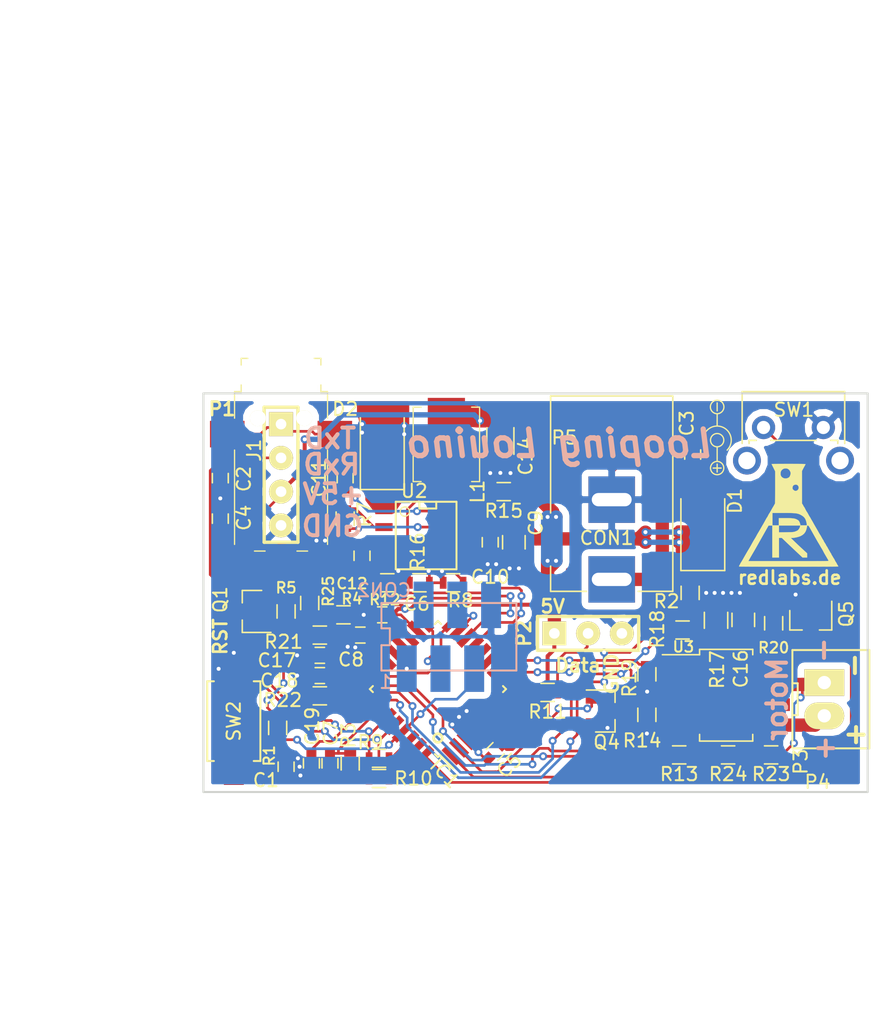
<source format=kicad_pcb>
(kicad_pcb (version 20211014) (generator pcbnew)
  (title_block (title "Looping Louino") (date "2018-09-09") (rev "013/00") (company "redlabs"))
  (layers (0 "F.Cu" signal) (31 "B.Cu" signal) (34 "B.Paste" user) (35 "F.Paste" user) (36 "B.SilkS" user "B.Silkscreen") (37 "F.SilkS" user "F.Silkscreen") (38 "B.Mask" user) (39 "F.Mask" user) (44 "Edge.Cuts" user))
  (net 0 "")
  (net 1 "GND")
  (net 2 "RESET")
  (net 3 "TXD-SDA")
  (net 4 "Net-(C3-Pad1)")
  (net 5 "RXD-SCL")
  (net 6 "+5V")
  (net 7 "AD_MON_SUP")
  (net 8 "Net-(C8-Pad1)")
  (net 9 "VCOM")
  (net 10 "Net-(C11-Pad2)")
  (net 11 "Net-(C11-Pad1)")
  (net 12 "Net-(C12-Pad2)")
  (net 13 "Net-(C12-Pad1)")
  (net 14 "ADC-Pos")
  (net 15 "ADC-Neg")
  (net 16 "VRs")
  (net 17 "MISO")
  (net 18 "SCK")
  (net 19 "MOSI")
  (net 20 "GateP-Neg")
  (net 21 "GateP-Pos")
  (net 22 "GateN-Neg")
  (net 23 "GateN-Pos")
  (net 24 "Net-(IC1-Pad30)")
  (net 25 "Net-(IC1-Pad31)")
  (net 26 "Net-(P2-Pad2)")
  (net 27 "Motor_Pos")
  (net 28 "Motor_Neg")
  (net 29 "Net-(Q4-Pad3)")
  (net 30 "Net-(Q5-Pad3)")
  (net 31 "Net-(R7-Pad2)")
  (net 32 "Net-(R8-Pad1)")
  (net 33 "FB")
  (net 34 "Net-(R17-Pad1)")
  (net 35 "EN_5V")
  (net 36 "GPIO")
  (net 37 "BTN")
  (net 38 "Net-(J1-Pad1)")
  (net 41 "WS2812-Data")
  (footprint "Housings_QFP:TQFP-32_7x7mm_Pitch0.8mm" (layer "F.Cu") (at 113.653 125.253 135)
    (fp_text reference "IC1")
    (fp_text value "ATMEGA328P-A")
  )
  (footprint "redLabs-new:SMD_pushbutton_4x6mm" (layer "F.Cu") (at 98.286 127.666 90)
    (fp_text reference "SW2")
    (fp_text value "SW_PUSH")
  )
  (footprint "redLabs-new:SO8N-RL" (layer "F.Cu") (at 112.764 113.696 -90)
    (fp_text reference "U2")
    (fp_text value "MP1584")
  )
  (footprint "TO_SOT_Packages_SMD:SOT-223-8" (layer "F.Cu") (at 135.35 125.666)
    (fp_text reference "U3")
    (fp_text value "ZXMHC6A07T8-2")
  )
  (footprint "redLabs-new:SW_Tactile_SPST_Angled_PTS645Vx83-2LFS" (layer "F.Cu") (at 138.164 105.568)
    (fp_text reference "SW1")
    (fp_text value "SW_PUSH")
  )
  (footprint "redLabs-new:BARREL_JACK_reduced" (layer "F.Cu") (at 126.734 116.998 -90)
    (fp_text reference "CON1")
    (fp_text value "BARREL_JACK_reduced")
  )
  (footprint "redLabs-new:Klinkenbuchse-1503-13VP3" (layer "F.Cu") (at 101.842 108.616 -90)
    (fp_text reference "J1")
    (fp_text value "JACK_4P")
  )
  (footprint "redLabs-new:Inductor_HPI0530-xxx" (layer "F.Cu") (at 114.288 106.838 90)
    (fp_text reference "L1")
    (fp_text value "10u")
  )
  (footprint "redLabs-new:RL_LOGO3" (layer "F.Cu") (at 140.2595 112.7435)
    (fp_text reference "G***" hide)
    (fp_text value "LOGO" hide)
  )
  (footprint "redLabs-new:JST_XH2P_oval_pads" (layer "F.Cu") (at 142.736 126.015 -90)
    (fp_text reference "P3")
    (fp_text value "CONN_01X02" hide)
  )
  (footprint "redLabs-new:C_0603" (layer "F.Cu") (at 102.223 131.095 90)
    (fp_text reference "C1")
    (fp_text value "1n")
  )
  (footprint "redLabs-new:C_0603" (layer "F.Cu") (at 97.27 109.378 -90)
    (fp_text reference "C2")
    (fp_text value "1n")
  )
  (footprint "redLabs-new:C_0603" (layer "F.Cu") (at 132.83 107.6 90)
    (fp_text reference "C3")
    (fp_text value "1n/100V")
  )
  (footprint "redLabs-new:C_0603" (layer "F.Cu") (at 97.27 112.426 90)
    (fp_text reference "C4")
    (fp_text value "1n")
  )
  (footprint "redLabs-new:C_0603" (layer "F.Cu") (at 117.971 129.952 -135)
    (fp_text reference "C5")
    (fp_text value "100n")
  )
  (footprint "redLabs-new:C_0603" (layer "F.Cu") (at 109.462 119.665 180)
    (fp_text reference "C6")
    (fp_text value "100n")
  )
  (footprint "redLabs-new:C_0603" (layer "F.Cu") (at 105.525 130.841 -90)
    (fp_text reference "C7")
    (fp_text value "100n")
  )
  (footprint "redLabs-new:C_0603" (layer "F.Cu") (at 107.811 121.189 180)
    (fp_text reference "C8")
    (fp_text value "100n")
  )
  (footprint "redLabs-new:C_0805" (layer "F.Cu") (at 119.368 114.204 -90)
    (fp_text reference "C9")
    (fp_text value "1u/25V")
  )
  (footprint "redLabs-new:C_0603" (layer "F.Cu") (at 117.59 114.204 -90)
    (fp_text reference "C10")
    (fp_text value "100n")
  )
  (footprint "redLabs-new:C_0603" (layer "F.Cu") (at 106.668 109.378 -90)
    (fp_text reference "C11")
    (fp_text value "100n")
  )
  (footprint "redLabs-new:C_0603" (layer "F.Cu") (at 107.938 115.22 -90)
    (fp_text reference "C12")
    (fp_text value "100p")
  )
  (footprint "redLabs-new:C_1206" (layer "F.Cu") (at 118.352 106.584 -90)
    (fp_text reference "C14")
    (fp_text value "22u/16V")
  )
  (footprint "redLabs-new:C_0805" (layer "F.Cu") (at 136.64 120.046 90)
    (fp_text reference "C16")
    (fp_text value "1u/25V" hide)
  )
  (footprint "redLabs-new:C_0603" (layer "F.Cu") (at 104.763 122.713 180)
    (fp_text reference "C17")
    (fp_text value "100n")
  )
  (footprint "redLabs-new:C_0603" (layer "F.Cu") (at 104.763 124.237 180)
    (fp_text reference "C18")
    (fp_text value "100n")
  )
  (footprint "redLabs-new:C_0603" (layer "F.Cu") (at 104.128 130.841 -90)
    (fp_text reference "C19")
    (fp_text value "100n")
  )
  (footprint "redLabs-new:D_SMA" (layer "F.Cu") (at 133.592 112.934 90)
    (fp_text reference "D1")
    (fp_text value "SK34A")
  )
  (footprint "redLabs-new:D_SMA" (layer "F.Cu") (at 109.462 106.838 90)
    (fp_text reference "D2")
    (fp_text value "SK34A")
  )
  (footprint "redLabs-new:PIN_ARRAY_4x1_drill_0.8mm" (layer "F.Cu") (at 101.842 109.124 -90)
    (fp_text reference "P1")
    (fp_text value "*CONN_01X04" hide)
  )
  (footprint "redLabs-new:PIN_ARRAY_3x1_drill_0.8mm" (layer "F.Cu") (at 124.956 121.062)
    (fp_text reference "P2")
    (fp_text value "CONN_01X03" hide)
  )
  (footprint "redLabs-new:SOT-23-RL" (layer "F.Cu") (at 99.683 119.411 180)
    (fp_text reference "Q1")
    (fp_text value "*Q_PMOS_GSD")
  )
  (footprint "redLabs-new:SOT-23-RL" (layer "F.Cu") (at 126.226 126.904)
    (fp_text reference "Q4")
    (fp_text value "BCR141")
  )
  (footprint "redLabs-new:SOT-23-RL" (layer "F.Cu") (at 141.72 120.046 -90)
    (fp_text reference "Q5")
    (fp_text value "BCR141" hide)
  )
  (footprint "redLabs-new:R_0603" (layer "F.Cu") (at 101.588 128.174 -90)
    (fp_text reference "R1")
    (fp_text value "10k")
  )
  (footprint "redLabs-new:R_0603" (layer "F.Cu") (at 132.6395 118.014 -90)
    (fp_text reference "R2")
    (fp_text value "22k" hide)
  )
  (footprint "redLabs-new:R_0603" (layer "F.Cu") (at 107.049 130.841 -90)
    (fp_text reference "R3")
    (fp_text value "1k")
  )
  (footprint "redLabs-new:R_0603" (layer "F.Cu") (at 106.541 119.665)
    (fp_text reference "R4")
    (fp_text value "*0R")
  )
  (footprint "redLabs-new:R_0603" (layer "F.Cu") (at 102.223 119.411 -90)
    (fp_text reference "R5")
    (fp_text value "*10k")
  )
  (footprint "redLabs-new:R_0603" (layer "F.Cu") (at 106.668 112.426 90)
    (fp_text reference "R7")
    (fp_text value "100k")
  )
  (footprint "redLabs-new:R_0603" (layer "F.Cu") (at 114.796 117.252 180)
    (fp_text reference "R8")
    (fp_text value "100k")
  )
  (footprint "redLabs-new:R_0603" (layer "F.Cu") (at 109.22 130.46)
    (fp_text reference "R9")
    (fp_text value "4k7")
  )
  (footprint "redLabs-new:R_0603" (layer "F.Cu") (at 109.22 131.984)
    (fp_text reference "R10")
    (fp_text value "0R")
  )
  (footprint "redLabs-new:R_0603" (layer "F.Cu") (at 121.908 125.507 180)
    (fp_text reference "R11")
    (fp_text value "*33R")
  )
  (footprint "redLabs-new:R_0603" (layer "F.Cu") (at 109.843 117.252)
    (fp_text reference "R12")
    (fp_text value "100k")
  )
  (footprint "redLabs-new:R_0603" (layer "F.Cu") (at 131.814 130.206 180)
    (fp_text reference "R13")
    (fp_text value "10k" hide)
  )
  (footprint "redLabs-new:R_0603" (layer "F.Cu") (at 129.381 127.19 -90)
    (fp_text reference "R14")
    (fp_text value "10k")
  )
  (footprint "redLabs-new:R_0603" (layer "F.Cu") (at 118.606 110.394 180)
    (fp_text reference "R15")
    (fp_text value "39k")
  )
  (footprint "redLabs-new:R_0603" (layer "F.Cu") (at 112.256 117.252)
    (fp_text reference "R16")
    (fp_text value "7k5")
  )
  (footprint "redLabs-new:R_0805_redlabs" (layer "F.Cu") (at 134.588 120.078 90)
    (fp_text reference "R17")
    (fp_text value "2R2" hide)
  )
  (footprint "redLabs-new:R_0603" (layer "F.Cu") (at 132.068 120.808)
    (fp_text reference "R18")
    (fp_text value "10k" hide)
  )
  (footprint "redLabs-new:R_0603" (layer "F.Cu") (at 129.381 124.142 -90)
    (fp_text reference "R19")
    (fp_text value "10k")
  )
  (footprint "redLabs-new:R_0603" (layer "F.Cu") (at 138.926 120.3 -90)
    (fp_text reference "R20")
    (fp_text value "10k" hide)
  )
  (footprint "redLabs-new:R_0603" (layer "F.Cu") (at 104.763 121.189)
    (fp_text reference "R21")
    (fp_text value "1k")
  )
  (footprint "redLabs-new:R_0603" (layer "F.Cu") (at 104.763 125.761)
    (fp_text reference "R22")
    (fp_text value "1k")
  )
  (footprint "redLabs-new:R_0603" (layer "F.Cu") (at 138.7355 130.206 180)
    (fp_text reference "R23")
    (fp_text value "22k" hide)
  )
  (footprint "redLabs-new:R_0603" (layer "F.Cu") (at 135.497 130.206 180)
    (fp_text reference "R24")
    (fp_text value "22k" hide)
  )
  (footprint "redLabs-new:R_0603" (layer "F.Cu") (at 104.001 118.776 90)
    (fp_text reference "R25")
    (fp_text value "*1k")
  )
  (footprint "Fiducials:Fiducial_1mm_Dia_2mm_Outer" (layer "F.Cu") (at 144.006 131.2855)
    (fp_text reference "P4")
    (fp_text value "CONN_01X01" hide)
  )
  (footprint "Fiducials:Fiducial_1mm_Dia_2mm_Outer" (layer "F.Cu") (at 121 105)
    (fp_text reference "P5")
    (fp_text value "CONN_01X01" hide)
  )
  (footprint "redLabs-new:Symbol_Polarity_Center_Positive_3mm_SilkScreen" (layer "F.Cu") (at 134.6715 106.5205 -90)
    (fp_text reference "REF**" hide)
    (fp_text value "Symbol_Polarity_Center_Positive_3mm_SilkScreen" hide)
  )
  (footprint "redLabs-new:MicroMatch_2x3_SMD" (layer "B.Cu") (at 113.2085 121.316)
    (fp_text reference "CON2")
    (fp_text value "AVR-ISP-6")
  )
  (gr_circle (center 113.653 128.936) (end 113.9705 128.9995) (layer "F.SilkS") (width 0.2) (fill none))
  (gr_line (start 146 133) (end 146 103) (layer "Edge.Cuts") (width 0.15))
  (gr_line (start 146 103) (end 96 103) (layer "Edge.Cuts") (width 0.15))
  (gr_line (start 96 103) (end 96 133) (layer "Edge.Cuts") (width 0.15))
  (gr_line (start 96 133) (end 146 133) (layer "Edge.Cuts") (width 0.15))
  (gr_text "09/2018" (at 126.734 104.806) (layer "F.Cu") (effects (font (size 1 1) (thickness 0.2))))
  (gr_text "013/00" (at 144.133 112.934 270) (layer "F.Cu") (effects (font (size 1 1) (thickness 0.2))))
  (gr_text "-" (at 123.305 108.87) (layer "F.Cu") (effects (font (size 1.5 1.5) (thickness 0.3))))
  (gr_text "+" (at 123.432 116.744) (layer "F.Cu") (effects (font (size 1.5 1.5) (thickness 0.3))))
  (gr_text "RxD" (at 105.652 108.362) (layer "B.SilkS") (effects (font (size 1.5 1.5) (thickness 0.3)) (justify mirror)))
  (gr_text "GND" (at 105.7155 112.9975) (layer "B.SilkS") (effects (font (size 1.5 1.5) (thickness 0.3)) (justify mirror)))
  (gr_text "+5V" (at 105.779 110.5845) (layer "B.SilkS") (effects (font (size 1.5 1.5) (thickness 0.3)) (justify mirror)))
  (gr_text "Motor" (at 139.18 126.015 90) (layer "B.SilkS") (effects (font (size 1.5 1.5) (thickness 0.3)) (justify mirror)))
  (gr_text "Looping Louino" (at 122.8605 106.7745) (layer "B.SilkS") (effects (font (size 2 2) (thickness 0.4) italic) (justify mirror)))
  (gr_text "-" (at 142.609 122.332 90) (layer "B.SilkS") (effects (font (size 1.5 1.5) (thickness 0.3)) (justify mirror)))
  (gr_text "+" (at 142.736 129.698 90) (layer "B.SilkS") (effects (font (size 1.5 1.5) (thickness 0.3)) (justify mirror)))
  (gr_text "TxD" (at 105.525 106.3935) (layer "B.SilkS") (effects (font (size 1.5 1.5) (thickness 0.3)) (justify mirror)))
  (gr_text "Data" (at 124.194 123.475) (layer "F.SilkS") (effects (font (size 1 1) (thickness 0.2))))
  (gr_text "+" (at 145.022 128.682 90) (layer "F.SilkS") (effects (font (size 1.5 1.5) (thickness 0.3)) (justify mirror)))
  (gr_text "5V" (at 122.289 119.03) (layer "F.SilkS") (effects (font (size 1 1) (thickness 0.2))))
  (gr_text "RST" (at 97.27 121.316 90) (layer "F.SilkS") (effects (font (size 1 1) (thickness 0.2))))
  (gr_text "redlabs.de" (at 140.1325 116.871) (layer "F.SilkS") (effects (font (size 1 1) (thickness 0.2))))
  (gr_text "-" (at 145.149 123.475 270) (layer "F.SilkS") (effects (font (size 1.5 1.5) (thickness 0.3)) (justify mirror)))
  (gr_text "GND" (at 126.734 124.11 90) (layer "F.SilkS") (effects (font (size 1 1) (thickness 0.2))))
  (segment (start 116.943 115.601) (end 117.59 114.954) (width 0.4) (layer "F.Cu") (net 1))
  (segment (start 119.118 114.954) (end 119.368 115.204) (width 0.4) (layer "F.Cu") (net 1))
  (segment (start 107.43 121.986174) (end 107.43 122.113) (width 0.3) (layer "F.Cu") (net 1))
  (segment (start 110.065 105.441) (end 109.462 104.838) (width 0.4) (layer "F.Cu") (net 1))
  (segment (start 136.64 119.046) (end 136.64 118.268) (width 0.4) (layer "F.Cu") (net 1))
  (segment (start 102.223 130.345) (end 102.489 130.345) (width 0.2) (layer "F.Cu") (net 1))
  (segment (start 114.046 116.602) (end 113.9705 116.5265) (width 0.2) (layer "F.Cu") (net 1))
  (segment (start 129.381 128.39) (end 129.401 128.41) (width 0.2) (layer "F.Cu") (net 1))
  (segment (start 98.286 123.766) (end 97.336 123.766) (width 0.2) (layer "F.Cu") (net 1))
  (segment (start 132.83 106.85) (end 128.732 106.85) (width 0.4) (layer "F.Cu") (net 1))
  (segment (start 129.401 125.362) (end 129.401 125.4435) (width 0.2) (layer "F.Cu") (net 1))
  (segment (start 140.77 119.046) (end 140.77 118.396) (width 0.2) (layer "F.Cu") (net 1))
  (segment (start 118.352 108.084) (end 118.352 108.984) (width 0.4) (layer "F.Cu") (net 1))
  (segment (start 104.013 124.237) (end 104.013 125.761) (width 0.3) (layer "F.Cu") (net 1))
  (segment (start 117.59 115.6645) (end 117.3995 115.855) (width 0.4) (layer "F.Cu") (net 1))
  (segment (start 97.27 110.902) (end 97.27 110.128) (width 0.4) (layer "F.Cu") (net 1))
  (segment (start 103.4669 131.591) (end 103.3025 131.7554) (width 0.3) (layer "F.Cu") (net 1))
  (segment (start 129.381 127.94) (end 129.381 128.39) (width 0.2) (layer "F.Cu") (net 1))
  (segment (start 104.013 122.713) (end 103.0485 122.713) (width 0.3) (layer "F.Cu") (net 1))
  (segment (start 136.608 119.078) (end 136.64 119.046) (width 1) (layer "F.Cu") (net 1))
  (segment (start 107.938 105.314) (end 107.938 105.949) (width 0.4) (layer "F.Cu") (net 1))
  (segment (start 129.381 124.892) (end 129.381 125.342) (width 0.2) (layer "F.Cu") (net 1))
  (segment (start 105.342 114.266) (end 105.153 114.077) (width 0.3) (layer "F.Cu") (net 1))
  (segment (start 97.27 111.676) (end 97.27 110.902) (width 0.4) (layer "F.Cu") (net 1))
  (segment (start 134.588 119.078) (end 134.588 118.542) (width 0.4) (layer "F.Cu") (net 1))
  (segment (start 134.588 118.121) (end 134.481 118.014) (width 0.4) (layer "F.Cu") (net 1))
  (segment (start 119.114 108.997) (end 119.114 108.846) (width 0.4) (layer "F.Cu") (net 1))
  (segment (start 134.588 118.756) (end 133.846 118.014) (width 0.4) (layer "F.Cu") (net 1))
  (segment (start 112.9545 116.5505) (end 112.9545 116.363) (width 0.2) (layer "F.Cu") (net 1))
  (segment (start 104.128 131.591) (end 103.4669 131.591) (width 0.3) (layer "F.Cu") (net 1))
  (segment (start 115.2405 127.3485) (end 114.8595 127.7295) (width 0.3) (layer "F.Cu") (net 1))
  (segment (start 116.066 127.0945) (end 115.4945 127.0945) (width 0.3) (layer "F.Cu") (net 1))
  (segment (start 105.342 115.566) (end 105.342 114.266) (width 0.3) (layer "F.Cu") (net 1))
  (segment (start 107.938 105.314) (end 108.986 105.314) (width 0.4) (layer "F.Cu") (net 1))
  (segment (start 116.304652 127.338966) (end 116.304652 127.333152) (width 0.3) (layer "F.Cu") (net 1))
  (segment (start 136.386 118.792) (end 136.64 119.046) (width 0.4) (layer "F.Cu") (net 1))
  (segment (start 102.913 130.46) (end 103.112 130.46) (width 0.2) (layer "F.Cu") (net 1))
  (segment (start 102.798 130.345) (end 102.913 130.46) (width 0.2) (layer "F.Cu") (net 1))
  (segment (start 134.588 118.542) (end 135.116 118.014) (width 0.4) (layer "F.Cu") (net 1))
  (segment (start 115.4945 127.0945) (end 115.2405 127.3485) (width 0.3) (layer "F.Cu") (net 1))
  (segment (start 134.588 119.078) (end 136.608 119.078) (width 1) (layer "F.Cu") (net 1))
  (segment (start 136.64 118.903) (end 135.751 118.014) (width 0.4) (layer "F.Cu") (net 1))
  (segment (start 117.59 108.997) (end 117.59 108.846) (width 0.4) (layer "F.Cu") (net 1))
  (segment (start 111.113 105.441) (end 111.113 106.076) (width 0.4) (layer "F.Cu") (net 1))
  (segment (start 113.006 117.252) (end 113.006 116.602) (width 0.2) (layer "F.Cu") (net 1))
  (segment (start 109.820488 121.986174) (end 107.43 121.986174) (width 0.3) (layer "F.Cu") (net 1))
  (segment (start 104.013 124.237) (end 103.313 124.237) (width 0.3) (layer "F.Cu") (net 1))
  (segment (start 136.64 118.268) (end 136.386 118.014) (width 0.4) (layer "F.Cu") (net 1))
  (segment (start 118.339 108.997) (end 118.352 108.984) (width 0.4) (layer "F.Cu") (net 1))
  (segment (start 97.336 123.766) (end 97.299 123.729) (width 0.2) (layer "F.Cu") (net 1))
  (segment (start 129.381 125.342) (end 129.401 125.362) (width 0.2) (layer "F.Cu") (net 1))
  (segment (start 126.196 128.174) (end 126.4165 128.174) (width 0.2) (layer "F.Cu") (net 1))
  (segment (start 107.938 105.949) (end 108.351 105.949) (width 0.4) (layer "F.Cu") (net 1))
  (segment (start 125.226 127.854) (end 125.876 127.854) (width 0.2) (layer "F.Cu") (net 1))
  (segment (start 103.735 131.591) (end 103.239 131.095) (width 0.2) (layer "F.Cu") (net 1))
  (segment (start 116.701 129.998056) (end 115.809676 129.106732) (width 0.3) (layer "F.Cu") (net 1))
  (segment (start 113.006 117.252) (end 114.046 117.252) (width 0.2) (layer "F.Cu") (net 1))
  (segment (start 116.941047 127.975361) (end 116.304652 127.338966) (width 0.3) (layer "F.Cu") (net 1))
  (segment (start 115.939 115.601) (end 116.943 115.601) (width 0.4) (layer "F.Cu") (net 1))
  (segment (start 111.113 106.076) (end 110.7 106.076) (width 0.4) (layer "F.Cu") (net 1))
  (segment (start 117.59 114.954) (end 117.59 115.754) (width 0.4) (layer "F.Cu") (net 1))
  (segment (start 125.876 127.854) (end 126.196 128.174) (width 0.2) (layer "F.Cu") (net 1))
  (segment (start 140.704 118.268) (end 140.577 118.141) (width 0.2) (layer "F.Cu") (net 1))
  (segment (start 117.59 115.754) (end 117.691 115.855) (width 0.4) (layer "F.Cu") (net 1))
  (segment (start 134.588 119.078) (end 134.588 118.756) (width 0.4) (layer "F.Cu") (net 1))
  (segment (start 102.223 130.345) (end 102.798 130.345) (width 0.2) (layer "F.Cu") (net 1))
  (segment (start 118.352 108.984) (end 118.365 108.997) (width 0.4) (layer "F.Cu") (net 1))
  (segment (start 118.339 108.997) (end 117.717 108.997) (width 0.4) (layer "F.Cu") (net 1))
  (segment (start 107.049 131.591) (end 105.525 131.591) (width 0.3) (layer "F.Cu") (net 1))
  (segment (start 108.712 119.665) (end 108.065 119.665) (width 0.3) (layer "F.Cu") (net 1))
  (segment (start 104.509 114.585) (end 104.509 114.077) (width 0.3) (layer "F.Cu") (net 1))
  (segment (start 110.7 106.076) (end 109.462 104.838) (width 0.4) (layer "F.Cu") (net 1))
  (segment (start 116.0025 127.0945) (end 115.812 126.904) (width 0.3) (layer "F.Cu") (net 1))
  (segment (start 104.013 121.189) (end 104.013 122.713) (width 0.3) (layer "F.Cu") (net 1))
  (segment (start 114.8595 128.047) (end 114.7325 127.92) (width 0.3) (layer "F.Cu") (net 1))
  (segment (start 119.4365 116.1725) (end 119.749 116.1725) (width 0.4) (layer "F.Cu") (net 1))
  (segment (start 118.365 108.997) (end 119.114 108.997) (width 0.4) (layer "F.Cu") (net 1))
  (segment (start 102.489 130.345) (end 103.239 131.095) (width 0.2) (layer "F.Cu") (net 1))
  (segment (start 105.342 115.418) (end 104.509 114.585) (width 0.3) (layer "F.Cu") (net 1))
  (segment (start 98.286 122.666) (end 98.286 122.5225) (width 0.2) (layer "F.Cu") (net 1))
  (segment (start 116.066 127.0945) (end 116.0025 127.0945) (width 0.3) (layer "F.Cu") (net 1))
  (segment (start 107.183174 121.986174) (end 107.061 121.864) (width 0.3) (layer "F.Cu") (net 1))
  (segment (start 117.59 108.846) (end 118.352 108.084) (width 0.4) (layer "F.Cu") (net 1))
  (segment (start 119.114 108.846) (end 118.352 108.084) (width 0.4) (layer "F.Cu") (net 1))
  (segment (start 104.128 131.591) (end 103.735 131.591) (width 0.2) (layer "F.Cu") (net 1))
  (segment (start 107.061 121.864) (end 107.061 121.189) (width 0.3) (layer "F.Cu") (net 1))
  (segment (start 114.8595 128.156556) (end 115.809676 129.106732) (width 0.3) (layer "F.Cu") (net 1))
  (segment (start 128.732 106.85) (end 126.734 108.848) (width 0.4) (layer "F.Cu") (net 1))
  (segment (start 114.8595 127.7295) (end 114.8595 128.156556) (width 0.3) (layer "F.Cu") (net 1))
  (segment (start 129.381 127.94) (end 129.381 128.5985) (width 0.2) (layer "F.Cu") (net 1))
  (segment (start 113.006 116.602) (end 112.9545 116.5505) (width 0.2) (layer "F.Cu") (net 1))
  (segment (start 110.6685 116.5265) (end 110.6685 116.363) (width 0.2) (layer "F.Cu") (net 1))
  (segment (start 119.368 115.204) (end 119.368 116.104) (width 0.4) (layer "F.Cu") (net 1))
  (segment (start 104.013 122.713) (end 104.013 124.237) (width 0.3) (layer "F.Cu") (net 1))
  (segment (start 117.59 114.954) (end 119.118 114.954) (width 0.4) (layer "F.Cu") (net 1))
  (segment (start 111.113 105.441) (end 110.065 105.441) (width 0.4) (layer "F.Cu") (net 1))
  (segment (start 114.046 117.252) (end 114.046 116.602) (width 0.2) (layer "F.Cu") (net 1))
  (segment (start 110.593 116.602) (end 110.6685 116.5265) (width 0.2) (layer "F.Cu") (net 1))
  (segment (start 119.2995 116.1725) (end 119.0505 116.1725) (width 0.4) (layer "F.Cu") (net 1))
  (segment (start 98.286 123.766) (end 98.286 122.666) (width 0.2) (layer "F.Cu") (net 1))
  (segment (start 103.313 124.237) (end 103.0485 124.237) (width 0.3) (layer "F.Cu") (net 1))
  (segment (start 108.351 105.949) (end 109.462 104.838) (width 0.4) (layer "F.Cu") (net 1))
  (segment (start 140.77 118.396) (end 140.704 118.33) (width 0.2) (layer "F.Cu") (net 1))
  (segment (start 119.368 116.104) (end 119.4365 116.1725) (width 0.4) (layer "F.Cu") (net 1))
  (segment (start 116.304652 127.333152) (end 116.066 127.0945) (width 0.3) (layer "F.Cu") (net 1))
  (segment (start 97.299 123.729) (end 97.143 123.729) (width 0.2) (layer "F.Cu") (net 1))
  (segment (start 117.691 115.855) (end 118.0345 115.855) (width 0.4) (layer "F.Cu") (net 1))
  (segment (start 105.525 131.591) (end 104.128 131.591) (width 0.3) (layer "F.Cu") (net 1))
  (segment (start 110.593 117.252) (end 110.593 116.602) (width 0.2) (layer "F.Cu") (net 1))
  (segment (start 140.704 118.33) (end 140.704 118.268) (width 0.2) (layer "F.Cu") (net 1))
  (segment (start 107.061 121.864) (end 106.8585 122.0665) (width 0.3) (layer "F.Cu") (net 1))
  (segment (start 108.986 105.314) (end 109.462 104.838) (width 0.4) (layer "F.Cu") (net 1))
  (segment (start 114.8595 128.156556) (end 114.8595 128.047) (width 0.3) (layer "F.Cu") (net 1))
  (segment (start 117.185274 130.48233) (end 116.701 129.998056) (width 0.2) (layer "F.Cu") (net 1))
  (segment (start 113.9705 116.5265) (end 113.9705 116.383529) (width 0.2) (layer "F.Cu") (net 1))
  (segment (start 107.43 122.205) (end 107.43 122.113) (width 0.3) (layer "F.Cu") (net 1))
  (segment (start 126.734 108.848) (end 126.734 110.998) (width 0.4) (layer "F.Cu") (net 1))
  (segment (start 117.59 114.954) (end 117.59 115.6645) (width 0.4) (layer "F.Cu") (net 1))
  (segment (start 110.364953 122.530639) (end 109.820488 121.986174) (width 0.3) (layer "F.Cu") (net 1))
  (segment (start 117.59 108.997) (end 118.339 108.997) (width 0.4) (layer "F.Cu") (net 1))
  (segment (start 113.9705 116.383529) (end 113.959446 116.372475) (width 0.2) (layer "F.Cu") (net 1))
  (segment (start 107.43 121.986174) (end 107.183174 121.986174) (width 0.3) (layer "F.Cu") (net 1))
  (segment (start 134.588 119.078) (end 134.588 118.121) (width 0.4) (layer "F.Cu") (net 1))
  (segment (start 117.44067 130.48233) (end 117.185274 130.48233) (width 0.2) (layer "F.Cu") (net 1))
  (segment (start 119.368 116.104) (end 119.2995 116.1725) (width 0.4) (layer "F.Cu") (net 1))
  (segment (start 136.64 119.046) (end 136.64 118.903) (width 0.4) (layer "F.Cu") (net 1))
  (segment (start 105.342 115.566) (end 105.342 115.418) (width 0.3) (layer "F.Cu") (net 1))
  (via (at 133.846 118.014) (size 0.6) (drill 0.3) (layers "F.Cu" "B.Cu") (net 1))
  (via (at 107.43 122.113) (size 0.6) (drill 0.3) (layers "F.Cu" "B.Cu") (net 1))
  (via (at 135.751 118.014) (size 0.6) (drill 0.3) (layers "F.Cu" "B.Cu") (net 1))
  (via (at 106.8585 122.0665) (size 0.6) (drill 0.3) (layers "F.Cu" "B.Cu") (net 1))
  (via (at 129.401 125.4435) (size 0.6) (drill 0.3) (layers "F.Cu" "B.Cu") (net 1))
  (via (at 110.6685 116.363) (size 0.6) (drill 0.3) (layers "F.Cu" "B.Cu") (net 1))
  (via (at 117.3995 115.855) (size 0.6) (drill 0.3) (layers "F.Cu" "B.Cu") (net 1))
  (via (at 119.749 116.1725) (size 0.6) (drill 0.3) (layers "F.Cu" "B.Cu") (net 1))
  (via (at 104.509 114.077) (size 0.6) (drill 0.3) (layers "F.Cu" "B.Cu") (net 1))
  (via (at 114.7325 127.92) (size 0.6) (drill 0.3) (layers "F.Cu" "B.Cu") (net 1))
  (via (at 105.153 114.077) (size 0.6) (drill 0.3) (layers "F.Cu" "B.Cu") (net 1))
  (via (at 113.959446 116.372475) (size 0.6) (drill 0.3) (layers "F.Cu" "B.Cu") (net 1))
  (via (at 135.116 118.014) (size 0.6) (drill 0.3) (layers "F.Cu" "B.Cu") (net 1))
  (via (at 115.812 126.904) (size 0.6) (drill 0.3) (layers "F.Cu" "B.Cu") (net 1))
  (via (at 108.065 119.665) (size 0.6) (drill 0.3) (layers "F.Cu" "B.Cu") (net 1))
  (via (at 103.0485 122.713) (size 0.6) (drill 0.3) (layers "F.Cu" "B.Cu") (net 1))
  (via (at 103.112 130.46) (size 0.6) (drill 0.3) (layers "F.Cu" "B.Cu") (net 1))
  (via (at 134.481 118.014) (size 0.6) (drill 0.3) (layers "F.Cu" "B.Cu") (net 1))
  (via (at 116.701 129.998056) (size 0.6) (drill 0.3) (layers "F.Cu" "B.Cu") (net 1))
  (via (at 119.0505 116.1725) (size 0.6) (drill 0.3) (layers "F.Cu" "B.Cu") (net 1))
  (via (at 97.27 110.902) (size 0.6) (drill 0.3) (layers "F.Cu" "B.Cu") (net 1))
  (via (at 103.239 131.095) (size 0.6) (drill 0.3) (layers "F.Cu" "B.Cu") (net 1))
  (via (at 98.286 122.5225) (size 0.6) (drill 0.3) (layers "F.Cu" "B.Cu") (net 1))
  (via (at 118.352 108.984) (size 0.6) (drill 0.3) (layers "F.Cu" "B.Cu") (net 1))
  (via (at 129.381 128.5985) (size 0.6) (drill 0.3) (layers "F.Cu" "B.Cu") (net 1))
  (via (at 118.0345 115.855) (size 0.6) (drill 0.3) (layers "F.Cu" "B.Cu") (net 1))
  (via (at 119.114 108.997) (size 0.6) (drill 0.3) (layers "F.Cu" "B.Cu") (net 1))
  (via (at 115.2405 127.3485) (size 0.6) (drill 0.3) (layers "F.Cu" "B.Cu") (net 1))
  (via (at 111.113 106.076) (size 0.6) (drill 0.3) (layers "F.Cu" "B.Cu") (net 1))
  (via (at 107.938 105.949) (size 0.6) (drill 0.3) (layers "F.Cu" "B.Cu") (net 1))
  (via (at 126.4165 128.174) (size 0.6) (drill 0.3) (layers "F.Cu" "B.Cu") (net 1))
  (via (at 103.3025 131.7554) (size 0.6) (drill 0.3) (layers "F.Cu" "B.Cu") (net 1))
  (via (at 140.577 118.141) (size 0.6) (drill 0.3) (layers "F.Cu" "B.Cu") (net 1))
  (via (at 112.9545 116.363) (size 0.6) (drill 0.3) (layers "F.Cu" "B.Cu") (net 1))
  (via (at 136.386 118.014) (size 0.6) (drill 0.3) (layers "F.Cu" "B.Cu") (net 1))
  (via (at 111.113 105.441) (size 0.6) (drill 0.3) (layers "F.Cu" "B.Cu") (net 1))
  (via (at 107.938 105.314) (size 0.6) (drill 0.3) (layers "F.Cu" "B.Cu") (net 1))
  (via (at 97.143 123.729) (size 0.6) (drill 0.3) (layers "F.Cu" "B.Cu") (net 1))
  (via (at 103.0485 124.237) (size 0.6) (drill 0.3) (layers "F.Cu" "B.Cu") (net 1))
  (via (at 117.59 108.997) (size 0.6) (drill 0.3) (layers "F.Cu" "B.Cu") (net 1))
  (segment (start 110.872953 128.541047) (end 109.97 129.444) (width 0.2) (layer "F.Cu") (net 2))
  (segment (start 98.565 131.845) (end 98.286 131.566) (width 0.2) (layer "F.Cu") (net 2))
  (segment (start 100.699 131.083) (end 101.461 131.845) (width 0.2) (layer "F.Cu") (net 2))
  (segment (start 112.377186 127.0945) (end 112.336828 127.134858) (width 0.2) (layer "F.Cu") (net 2))
  (segment (start 102.223 131.845) (end 101.461 131.845) (width 0.2) (layer "F.Cu") (net 2))
  (segment (start 100.938 128.924) (end 100.699 129.163) (width 0.2) (layer "F.Cu") (net 2))
  (segment (start 103.0485 129.063) (end 101.727 129.063) (width 0.2) (layer "F.Cu") (net 2))
  (segment (start 110.930639 128.541047) (end 110.872953 128.541047) (width 0.2) (layer "F.Cu") (net 2))
  (segment (start 101.588 128.924) (end 100.938 128.924) (width 0.2) (layer "F.Cu") (net 2))
  (segment (start 101.727 129.063) (end 101.588 128.924) (width 0.2) (layer "F.Cu") (net 2))
  (segment (start 110.930639 128.541047) (end 112.336828 127.134858) (width 0.2) (layer "F.Cu") (net 2))
  (segment (start 100.699 129.163) (end 100.699 131.083) (width 0.2) (layer "F.Cu") (net 2))
  (segment (start 101.461 131.845) (end 98.565 131.845) (width 0.2) (layer "F.Cu") (net 2))
  (via (at 103.0485 129.063) (size 0.6) (drill 0.3) (layers "F.Cu" "B.Cu") (net 2))
  (via (at 112.336828 127.134858) (size 0.6) (drill 0.3) (layers "F.Cu" "B.Cu") (net 2))
  (via (at 109.97 129.444) (size 0.6) (drill 0.3) (layers "F.Cu" "B.Cu") (net 2))
  (segment (start 112.636827 126.834859) (end 112.642641 126.834859) (width 0.2) (layer "B.Cu") (net 2))
  (segment (start 103.856499 129.743999) (end 103.729499 129.743999) (width 0.2) (layer "B.Cu") (net 2))
  (segment (start 116.3835 124.716) (end 116.3835 123.716) (width 0.2) (layer "B.Cu") (net 2))
  (segment (start 115.0845 126.015) (end 116.3835 124.716) (width 0.2) (layer "B.Cu") (net 2))
  (segment (start 109.670001 129.743999) (end 103.856499 129.743999) (width 0.2) (layer "B.Cu") (net 2))
  (segment (start 112.336828 127.134858) (end 112.636827 126.834859) (width 0.2) (layer "B.Cu") (net 2))
  (segment (start 103.729499 129.743999) (end 103.0485 129.063) (width 0.2) (layer "B.Cu") (net 2))
  (segment (start 112.642641 126.834859) (end 113.4625 126.015) (width 0.2) (layer "B.Cu") (net 2))
  (segment (start 113.4625 126.015) (end 115.0845 126.015) (width 0.2) (layer "B.Cu") (net 2))
  (segment (start 109.97 129.444) (end 109.670001 129.743999) (width 0.2) (layer "B.Cu") (net 2))
  (segment (start 109.150314 129.132314) (end 109.081 129.063) (width 0.2) (layer "F.Cu") (net 3))
  (segment (start 109.208 131.696) (end 109.208 129.132314) (width 0.2) (layer "F.Cu") (net 3))
  (segment (start 98.683 119.411) (end 98.683 118.811) (width 0.2) (layer "F.Cu") (net 3))
  (segment (start 98.683 121.459) (end 98.683 119.411) (width 0.2) (layer "F.Cu") (net 3))
  (segment (start 108.92 131.984) (end 109.208 131.696) (width 0.2) (layer "F.Cu") (net 3))
  (segment (start 100.294 106.066) (end 99.292 106.066) (width 0.2) (layer "F.Cu") (net 3))
  (segment (start 96.508 108.815) (end 96.695 108.628) (width 0.2) (layer "F.Cu") (net 3))
  (segment (start 105.144 128.428) (end 104.001 128.428) (width 0.2) (layer "F.Cu") (net 3))
  (segment (start 101.842 105.568) (end 100.792 105.568) (width 0.2) (layer "F.Cu") (net 3))
  (segment (start 104.001 128.428) (end 99.556 123.983) (width 0.2) (layer "F.Cu") (net 3))
  (segment (start 102.384999 105.856999) (end 101.842 105.314) (width 0.2) (layer "F.Cu") (net 3))
  (segment (start 105.892 106.066) (end 104.392 106.066) (width 0.2) (layer "F.Cu") (net 3))
  (segment (start 108.47 131.984) (end 108.92 131.984) (width 0.2) (layer "F.Cu") (net 3))
  (segment (start 104.392 106.066) (end 104.182999 105.856999) (width 0.2) (layer "F.Cu") (net 3))
  (segment (start 96.695 108.628) (end 97.27 108.628) (width 0.2) (layer "F.Cu") (net 3))
  (segment (start 109.208 129.132314) (end 110.364953 127.975361) (width 0.2) (layer "F.Cu") (net 3))
  (segment (start 96.508 116.636) (end 96.508 108.815) (width 0.2) (layer "F.Cu") (net 3))
  (segment (start 99.556 122.332) (end 98.683 121.459) (width 0.2) (layer "F.Cu") (net 3))
  (segment (start 99.292 106.066) (end 97.792 106.066) (width 0.2) (layer "F.Cu") (net 3))
  (segment (start 98.683 118.811) (end 96.508 116.636) (width 0.2) (layer "F.Cu") (net 3))
  (segment (start 100.792 105.568) (end 100.294 106.066) (width 0.2) (layer "F.Cu") (net 3))
  (segment (start 109.208 129.132314) (end 109.150314 129.132314) (width 0.2) (layer "F.Cu") (net 3))
  (segment (start 97.27 106.588) (end 97.792 106.066) (width 0.2) (layer "F.Cu") (net 3))
  (segment (start 97.27 108.628) (end 97.27 106.588) (width 0.2) (layer "F.Cu") (net 3))
  (segment (start 104.182999 105.856999) (end 102.384999 105.856999) (width 0.2) (layer "F.Cu") (net 3))
  (segment (start 99.556 123.983) (end 99.556 122.332) (width 0.2) (layer "F.Cu") (net 3))
  (via (at 105.144 128.428) (size 0.6) (drill 0.3) (layers "F.Cu" "B.Cu") (net 3))
  (via (at 109.081 129.063) (size 0.6) (drill 0.3) (layers "F.Cu" "B.Cu") (net 3))
  (segment (start 109.081 129.063) (end 105.779 129.063) (width 0.2) (layer "B.Cu") (net 3))
  (segment (start 105.779 129.063) (end 105.144 128.428) (width 0.2) (layer "B.Cu") (net 3))
  (segment (start 132.83 108.35) (end 131.7625 108.35) (width 1) (layer "F.Cu") (net 4))
  (segment (start 133.0085 108.35) (end 133.592 108.9335) (width 1) (layer "F.Cu") (net 4))
  (segment (start 131.7625 108.35) (end 130.544 109.5685) (width 1) (layer "F.Cu") (net 4))
  (segment (start 133.592 108.9335) (end 133.592 110.934) (width 1) (layer "F.Cu") (net 4))
  (segment (start 129.484 116.998) (end 126.734 116.998) (width 1) (layer "F.Cu") (net 4))
  (segment (start 130.544 109.5685) (end 130.544 115.938) (width 1) (layer "F.Cu") (net 4))
  (segment (start 132.83 108.35) (end 133.0085 108.35) (width 1) (layer "F.Cu") (net 4))
  (segment (start 130.544 115.938) (end 129.484 116.998) (width 1) (layer "F.Cu") (net 4))
  (segment (start 108.47 128.452) (end 108.446 128.428) (width 0.2) (layer "F.Cu") (net 5))
  (segment (start 98.342 116.766) (end 99.556 117.98) (width 0.2) (layer "F.Cu") (net 5))
  (segment (start 108.47 130.46) (end 108.47 128.738944) (width 0.2) (layer "F.Cu") (net 5))
  (segment (start 98.342 115.566) (end 98.342 116.766) (width 0.2) (layer "F.Cu") (net 5))
  (segment (start 97.845 113.176) (end 98.342 113.673) (width 0.2) (layer "F.Cu") (net 5))
  (segment (start 97.27 113.176) (end 97.845 113.176) (width 0.2) (layer "F.Cu") (net 5))
  (segment (start 105.606001 127.620001) (end 105.906 127.92) (width 0.2) (layer "F.Cu") (net 5))
  (segment (start 99.992999 123.854301) (end 103.758699 127.620001) (width 0.2) (layer "F.Cu") (net 5))
  (segment (start 99.992999 121.824) (end 99.992999 123.854301) (width 0.2) (layer "F.Cu") (net 5))
  (segment (start 108.47 128.738944) (end 109.799268 127.409676) (width 0.2) (layer "F.Cu") (net 5))
  (segment (start 98.342 113.673) (end 98.342 114.366) (width 0.2) (layer "F.Cu") (net 5))
  (segment (start 99.175 108.743) (end 100.064 107.854) (width 0.2) (layer "F.Cu") (net 5))
  (segment (start 103.758699 127.620001) (end 105.606001 127.620001) (width 0.2) (layer "F.Cu") (net 5))
  (segment (start 99.556 121.387001) (end 99.992999 121.824) (width 0.2) (layer "F.Cu") (net 5))
  (segment (start 100.064 107.854) (end 101.842 107.854) (width 0.2) (layer "F.Cu") (net 5))
  (segment (start 98.342 114.366) (end 98.342 115.566) (width 0.2) (layer "F.Cu") (net 5))
  (segment (start 99.175 111.846) (end 99.175 108.743) (width 0.2) (layer "F.Cu") (net 5))
  (segment (start 97.845 113.176) (end 99.175 111.846) (width 0.2) (layer "F.Cu") (net 5))
  (segment (start 99.556 117.98) (end 99.556 121.387001) (width 0.2) (layer "F.Cu") (net 5))
  (segment (start 108.47 128.738944) (end 108.47 128.452) (width 0.2) (layer "F.Cu") (net 5))
  (via (at 108.446 128.428) (size 0.6) (drill 0.3) (layers "F.Cu" "B.Cu") (net 5))
  (via (at 105.906 127.92) (size 0.6) (drill 0.3) (layers "F.Cu" "B.Cu") (net 5))
  (segment (start 108.446 128.428) (end 106.414 128.428) (width 0.2) (layer "B.Cu") (net 5))
  (segment (start 106.414 128.428) (end 105.906 127.92) (width 0.2) (layer "B.Cu") (net 5))
  (segment (start 112.027583 120.833583) (end 110.859 119.665) (width 0.2) (layer "F.Cu") (net 6))
  (segment (start 110.859 119.665) (end 110.212 119.665) (width 0.2) (layer "F.Cu") (net 6))
  (segment (start 118.50133 129.42167) (end 118.50133 128.404274) (width 0.3) (layer "F.Cu") (net 6))
  (segment (start 102.0325 124.9355) (end 102.0325 124.8085) (width 0.2) (layer "F.Cu") (net 6))
  (segment (start 104.7695 120.2365) (end 103.3025 120.2365) (width 0.2) (layer "F.Cu") (net 6))
  (segment (start 105.791 119.665) (end 105.791 118.915) (width 0.3) (layer "F.Cu") (net 6))
  (segment (start 105.791 119.665) (end 105.791 119.465) (width 0.2) (layer "F.Cu") (net 6))
  (segment (start 121.908 122.77) (end 121.908 122.84) (width 0.3) (layer "F.Cu") (net 6))
  (segment (start 105.791 119.665) (end 105.341 119.665) (width 0.2) (layer "F.Cu") (net 6))
  (segment (start 118.352 105.084) (end 118.652 105.084) (width 0.4) (layer "F.Cu") (net 6))
  (segment (start 122.416 122.262) (end 121.908 122.77) (width 0.3) (layer "F.Cu") (net 6))
  (segment (start 120.765 110.394) (end 122.289 111.918) (width 1) (layer "F.Cu") (net 6))
  (segment (start 111.1765 119.2205) (end 110.6565 119.2205) (width 0.3) (layer "F.Cu") (net 6))
  (segment (start 120.892 118.903) (end 121.908 117.887) (width 0.3) (layer "F.Cu") (net 6))
  (segment (start 102.223 118.661) (end 100.883 118.661) (width 0.2) (layer "F.Cu") (net 6))
  (segment (start 100.683 117.861) (end 100.683 118.461) (width 0.2) (layer "F.Cu") (net 6))
  (segment (start 111.918264 118.903) (end 120.892 118.903) (width 0.3) (layer "F.Cu") (net 6))
  (segment (start 118.398056 128.301) (end 117.506732 127.409676) (width 0.3) (layer "F.Cu") (net 6))
  (segment (start 121.908 118.654) (end 121.908 117.887) (width 1) (layer "F.Cu") (net 6))
  (segment (start 122.416 119.162) (end 121.908 118.654) (width 1) (layer "F.Cu") (net 6))
  (segment (start 116.375361 128.541047) (end 116.433047 128.541047) (width 0.2) (layer "F.Cu") (net 6))
  (segment (start 118.50133 129.42167) (end 118.837205 129.757545) (width 0.3) (layer "F.Cu") (net 6))
  (segment (start 102.264485 118.702485) (end 102.223 118.661) (width 0.3) (layer "F.Cu") (net 6))
  (segment (start 100.191 116.755002) (end 100.191 112.299) (width 0.2) (layer "F.Cu") (net 6))
  (segment (start 115.034 105.084) (end 114.288 104.338) (width 0.3) (layer "F.Cu") (net 6))
  (segment (start 122.289 111.918) (end 121.908 112.299) (width 1) (layer "F.Cu") (net 6))
  (segment (start 111.1765 119.2205) (end 111.600764 119.2205) (width 0.3) (layer "F.Cu") (net 6))
  (segment (start 119.244955 129.757545) (end 121.908 127.0945) (width 0.3) (layer "F.Cu") (net 6))
  (segment (start 122.243001 111.999001) (end 122.543 112.299) (width 1) (layer "F.Cu") (net 6))
  (segment (start 120.384 107.092) (end 120.384 110.394) (width 0.4) (layer "F.Cu") (net 6))
  (segment (start 121.908 116.49) (end 121.908 117.887) (width 1) (layer "F.Cu") (net 6))
  (segment (start 105.841001 118.864999) (end 110.820999 118.864999) (width 0.3) (layer "F.Cu") (net 6))
  (segment (start 100.883 118.661) (end 100.683 118.461) (width 0.2) (layer "F.Cu") (net 6))
  (segment (start 103.3025 120.2365) (end 103.1755 120.3635) (width 0.2) (layer "F.Cu") (net 6))
  (segment (start 118.50133 128.404274) (end 118.398056 128.301) (width 0.3) (layer "F.Cu") (net 6))
  (segment (start 120.384 106.816) (end 120.384 107.092) (width 0.4) (layer "F.Cu") (net 6))
  (segment (start 100.683 118.461) (end 100.683 117.247002) (width 0.2) (layer "F.Cu") (net 6))
  (segment (start 117.011756 129.177442) (end 118.085442 129.177442) (width 0.3) (layer "F.Cu") (net 6))
  (segment (start 110.6565 119.2205) (end 110.212 119.665) (width 0.3) (layer "F.Cu") (net 6))
  (segment (start 121.908 115.601) (end 121.908 116.49) (width 1) (layer "F.Cu") (net 6))
  (segment (start 122.416 121.062) (end 122.416 119.162) (width 1) (layer "F.Cu") (net 6))
  (segment (start 121.908 116.236) (end 121.908 116.49) (width 1) (layer "F.Cu") (net 6))
  (segment (start 103.62 106.457) (end 103.62 108.616) (width 0.3) (layer "F.Cu") (net 6))
  (segment (start 100.814485 126.090015) (end 100.814485 126.650485) (width 0.2) (layer "F.Cu") (net 6))
  (segment (start 110.820999 118.864999) (end 111.1765 119.2205) (width 0.3) (layer "F.Cu") (net 6))
  (segment (start 116.375361 128.541047) (end 117.011756 129.177442) (width 0.3) (layer "F.Cu") (net 6))
  (segment (start 102.741999 109.494001) (end 103.62 108.616) (width 0.3) (layer "F.Cu") (net 6))
  (segment (start 100.191 112.299) (end 101.842 110.648) (width 0.2) (layer "F.Cu") (net 6))
  (segment (start 122.289 111.918) (end 122.243001 111.963999) (width 1) (layer "F.Cu") (net 6))
  (segment (start 121.908 127.0945) (end 121.908 122.84) (width 0.3) (layer "F.Cu") (net 6))
  (segment (start 118.328 105.06) (end 118.352 105.084) (width 0.4) (layer "F.Cu") (net 6))
  (segment (start 118.652 105.084) (end 120.384 106.816) (width 0.4) (layer "F.Cu") (net 6))
  (segment (start 103.1755 120.3635) (end 103.1755 121.316) (width 0.2) (layer "F.Cu") (net 6))
  (segment (start 116.828 105.06) (end 118.328 105.06) (width 0.4) (layer "F.Cu") (net 6))
  (segment (start 105.341 119.665) (end 104.7695 120.2365) (width 0.2) (layer "F.Cu") (net 6))
  (segment (start 101.842 110.394) (end 102.741999 109.494001) (width 0.3) (layer "F.Cu") (net 6))
  (segment (start 118.085442 129.177442) (end 118.32967 129.42167) (width 0.3) (layer "F.Cu") (net 6))
  (segment (start 118.352 105.084) (end 115.034 105.084) (width 0.3) (layer "F.Cu") (net 6))
  (segment (start 119.356 110.394) (end 120.384 110.394) (width 0.4) (layer "F.Cu") (net 6))
  (segment (start 118.32967 129.42167) (end 118.50133 129.42167) (width 0.3) (layer "F.Cu") (net 6))
  (segment (start 100.814485 126.650485) (end 101.588 127.424) (width 0.2) (layer "F.Cu") (net 6))
  (segment (start 122.243001 111.963999) (end 122.243001 111.999001) (width 1) (layer "F.Cu") (net 6))
  (segment (start 102.0325 124.8085) (end 102.0325 122.459) (width 0.2) (layer "F.Cu") (net 6))
  (segment (start 105.791 119.665) (end 105.4615 119.665) (width 0.2) (layer "F.Cu") (net 6))
  (segment (start 122.416 121.062) (end 122.416 122.262) (width 0.3) (layer "F.Cu") (net 6))
  (segment (start 111.600764 119.2205) (end 111.918264 118.903) (width 0.3) (layer "F.Cu") (net 6))
  (segment (start 110.187 119.665) (end 110.212 119.665) (width 0.2) (layer "F.Cu") (net 6))
  (segment (start 118.837205 129.757545) (end 119.244955 129.757545) (width 0.3) (layer "F.Cu") (net 6))
  (segment (start 102.0325 122.459) (end 103.1755 121.316) (width 0.2) (layer "F.Cu") (net 6))
  (segment (start 118.652 105.084) (end 120.765 107.197) (width 1) (layer "F.Cu") (net 6))
  (segment (start 105.791 118.915) (end 105.841001 118.864999) (width 0.3) (layer "F.Cu") (net 6))
  (segment (start 100.683 117.247002) (end 100.191 116.755002) (width 0.2) (layer "F.Cu") (net 6))
  (segment (start 112.06201 120.833583) (end 112.027583 120.833583) (width 0.2) (layer "F.Cu") (net 6))
  (segment (start 120.765 107.197) (end 120.765 110.394) (width 1) (layer "F.Cu") (net 6))
  (segment (start 122.543 115.601) (end 121.908 116.236) (width 1) (layer "F.Cu") (net 6))
  (via (at 103.62 106.457) (size 0.6) (drill 0.3) (layers "F.Cu" "B.Cu") (net 6))
  (via (at 122.543 115.601) (size 0.6) (drill 0.3) (layers "F.Cu" "B.Cu") (net 6))
  (via (at 122.543 112.299) (size 0.6) (drill 0.3) (layers "F.Cu" "B.Cu") (net 6))
  (via (at 116.828 105.06) (size 0.6) (drill 0.3) (layers "F.Cu" "B.Cu") (net 6))
  (via (at 111.1765 119.2205) (size 0.6) (drill 0.3) (layers "F.Cu" "B.Cu") (net 6))
  (via (at 102.0325 124.8085) (size 0.6) (drill 0.3) (layers "F.Cu" "B.Cu") (net 6))
  (via (at 121.908 115.601) (size 0.6) (drill 0.3) (layers "F.Cu" "B.Cu") (net 6))
  (via (at 100.814485 126.090015) (size 0.6) (drill 0.3) (layers "F.Cu" "B.Cu") (net 6))
  (via (at 121.908 112.299) (size 0.6) (drill 0.3) (layers "F.Cu" "B.Cu") (net 6))
  (segment (start 121.908 112.299) (end 121.908 115.601) (width 1) (layer "B.Cu") (net 6))
  (segment (start 106.479001 104.613999) (end 116.381999 104.613999) (width 0.4) (layer "B.Cu") (net 6))
  (segment (start 111.1765 119.2205) (end 112.269 119.2205) (width 0.2) (layer "B.Cu") (net 6))
  (segment (start 116.381999 104.613999) (end 116.828 105.06) (width 0.4) (layer "B.Cu") (net 6))
  (segment (start 106.479001 104.613999) (end 104.636 106.457) (width 0.4) (layer "B.Cu") (net 6))
  (segment (start 102.0325 124.872) (end 100.814485 126.090015) (width 0.2) (layer "B.Cu") (net 6))
  (segment (start 112.269 119.2205) (end 112.5735 118.916) (width 0.2) (layer "B.Cu") (net 6))
  (segment (start 103.62 106.457) (end 104.382 106.457) (width 0.3) (layer "B.Cu") (net 6))
  (segment (start 102.0325 124.8085) (end 102.0325 124.872) (width 0.2) (layer "B.Cu") (net 6))
  (segment (start 103.62 106.457) (end 104.636 106.457) (width 0.4) (layer "B.Cu") (net 6))
  (segment (start 122.543 112.299) (end 122.543 115.601) (width 1) (layer "B.Cu") (net 6))
  (segment (start 109.14101 126.84399) (end 107.43 128.555) (width 0.2) (layer "F.Cu") (net 7))
  (segment (start 106.541 129.444) (end 106.16 129.825) (width 0.2) (layer "F.Cu") (net 7))
  (segment (start 106.16 129.825) (end 106.16 130.091) (width 0.2) (layer "F.Cu") (net 7))
  (segment (start 106.16 130.091) (end 106.16 130.079) (width 0.2) (layer "F.Cu") (net 7))
  (segment (start 106.16 130.079) (end 106.16 130.091) (width 0.2) (layer "F.Cu") (net 7))
  (segment (start 106.16 130.091) (end 107.049 130.091) (width 0.2) (layer "F.Cu") (net 7))
  (segment (start 128.096 122.494) (end 130.798 119.792) (width 0.2) (layer "F.Cu") (net 7))
  (segment (start 123.6225 129.19) (end 124.1305 128.682) (width 0.2) (layer "F.Cu") (net 7))
  (segment (start 110.5415 126.0785) (end 110.80422 126.34122) (width 0.2) (layer "F.Cu") (net 7))
  (segment (start 109.233583 126.84399) (end 109.14101 126.84399) (width 0.2) (layer "F.Cu") (net 7))
  (segment (start 124.1305 128.682) (end 124.1305 125.253) (width 0.2) (layer "F.Cu") (net 7))
  (segment (start 131.9895 118.764) (end 132.6395 118.764) (width 0.2) (layer "F.Cu") (net 7))
  (segment (start 110.80422 126.34122) (end 110.80422 126.45078) (width 0.2) (layer "F.Cu") (net 7))
  (segment (start 107.43 128.555) (end 106.541 129.444) (width 0.2) (layer "F.Cu") (net 7))
  (segment (start 126.1625 122.494) (end 128.096 122.494) (width 0.2) (layer "F.Cu") (net 7))
  (segment (start 105.525 130.091) (end 106.16 130.091) (width 0.2) (layer "F.Cu") (net 7))
  (segment (start 109.999073 126.0785) (end 110.5415 126.0785) (width 0.2) (layer "F.Cu") (net 7))
  (segment (start 124.1305 125.253) (end 124.6735 124.71) (width 0.2) (layer "F.Cu") (net 7))
  (segment (start 124.6735 124.71) (end 126.1625 124.71) (width 0.2) (layer "F.Cu") (net 7))
  (segment (start 109.233583 126.84399) (end 109.999073 126.0785) (width 0.2) (layer "F.Cu") (net 7))
  (segment (start 130.798 119.792) (end 130.9615 119.792) (width 0.2) (layer "F.Cu") (net 7))
  (segment (start 130.9615 119.792) (end 131.9895 118.764) (width 0.2) (layer "F.Cu") (net 7))
  (via (at 110.80422 126.45078) (size 0.6) (drill 0.3) (layers "F.Cu" "B.Cu") (net 7))
  (via (at 126.1625 122.494) (size 0.6) (drill 0.3) (layers "F.Cu" "B.Cu") (net 7))
  (via (at 123.6225 129.19) (size 0.6) (drill 0.3) (layers "F.Cu" "B.Cu") (net 7))
  (via (at 126.1625 124.71) (size 0.6) (drill 0.3) (layers "F.Cu" "B.Cu") (net 7))
  (segment (start 110.80422 126.45078) (end 110.80422 126.875044) (width 0.2) (layer "B.Cu") (net 7))
  (segment (start 126.1625 123.84001) (end 126.1625 124.71) (width 0.2) (layer "B.Cu") (net 7))
  (segment (start 126.1625 122.494) (end 126.1625 123.84001) (width 0.2) (layer "B.Cu") (net 7))
  (segment (start 115.18002 131.92352) (end 121.413211 131.92352) (width 0.2) (layer "B.Cu") (net 7))
  (segment (start 111.336475 127.407299) (end 111.336475 128.079975) (width 0.2) (layer "B.Cu") (net 7))
  (segment (start 123.6225 129.714231) (end 123.6225 129.19) (width 0.2) (layer "B.Cu") (net 7))
  (segment (start 110.80422 126.875044) (end 111.336475 127.407299) (width 0.2) (layer "B.Cu") (net 7))
  (segment (start 111.336475 128.079975) (end 115.18002 131.92352) (width 0.2) (layer "B.Cu") (net 7))
  (segment (start 121.413211 131.92352) (end 123.6225 129.714231) (width 0.2) (layer "B.Cu") (net 7))
  (segment (start 110.872953 121.964953) (end 110.097 121.189) (width 0.2) (layer "F.Cu") (net 8))
  (segment (start 110.097 121.189) (end 108.561 121.189) (width 0.2) (layer "F.Cu") (net 8))
  (segment (start 107.291 119.919) (end 108.561 121.189) (width 0.2) (layer "F.Cu") (net 8))
  (segment (start 110.930639 121.964953) (end 110.872953 121.964953) (width 0.2) (layer "F.Cu") (net 8))
  (segment (start 107.291 119.665) (end 107.291 119.919) (width 0.2) (layer "F.Cu") (net 8))
  (segment (start 137.418 121.046) (end 137.91 120.554) (width 0.4) (layer "F.Cu") (net 9))
  (segment (start 137.91 120.554) (end 137.91 118.776) (width 0.4) (layer "F.Cu") (net 9))
  (segment (start 137.91 118.014) (end 134.83 114.934) (width 0.4) (layer "F.Cu") (net 9))
  (segment (start 134.83 114.934) (end 133.592 114.934) (width 0.4) (layer "F.Cu") (net 9))
  (segment (start 138.926 119.03) (end 138.672 118.776) (width 0.2) (layer "F.Cu") (net 9))
  (segment (start 138.672 118.776) (end 137.91 118.776) (width 0.2) (layer "F.Cu") (net 9))
  (segment (start 137.91 118.776) (end 137.91 118.014) (width 0.4) (layer "F.Cu") (net 9))
  (segment (start 117.84 113.204) (end 117.59 113.454) (width 0.4) (layer "F.Cu") (net 9))
  (segment (start 117.197 113.061) (end 117.59 113.454) (width 0.4) (layer "F.Cu") (net 9))
  (segment (start 107.672 113.176) (end 107.684 113.188) (width 0.2) (layer "F.Cu") (net 9))
  (segment (start 133.084 130.206) (end 136.67 126.62) (width 0.2) (layer "F.Cu") (net 9))
  (segment (start 136.67 126.62) (end 136.67 126.426) (width 0.2) (layer "F.Cu") (net 9))
  (segment (start 128.766 113.95) (end 121.019 113.95) (width 1) (layer "F.Cu") (net 9))
  (segment (start 115.939 113.061) (end 117.197 113.061) (width 0.4) (layer "F.Cu") (net 9))
  (segment (start 138.75 126.426) (end 136.67 126.426) (width 1) (layer "F.Cu") (net 9))
  (segment (start 133.592 114.934) (end 133.592 116.5115) (width 0.2) (layer "F.Cu") (net 9))
  (segment (start 131.814 114.204) (end 132.862 114.204) (width 1) (layer "F.Cu") (net 9))
  (segment (start 121.019 113.95) (end 120.273 113.204) (width 1) (layer "F.Cu") (net 9))
  (segment (start 106.668 113.176) (end 107.672 113.176) (width 0.2) (layer "F.Cu") (net 9))
  (segment (start 132.1 113.442) (end 133.592 114.934) (width 1) (layer "F.Cu") (net 9))
  (segment (start 129.274 114.204) (end 128.974001 113.904001) (width 1) (layer "F.Cu") (net 9))
  (segment (start 136.64 121.824) (end 136.64 121.046) (width 1) (layer "F.Cu") (net 9))
  (segment (start 132.8395 117.264) (end 132.6395 117.264) (width 0.2) (layer "F.Cu") (net 9))
  (segment (start 136.132 122.332) (end 136.64 121.824) (width 1) (layer "F.Cu") (net 9))
  (segment (start 120.273 113.204) (end 119.368 113.204) (width 1) (layer "F.Cu") (net 9))
  (segment (start 119.368 113.204) (end 117.84 113.204) (width 0.4) (layer "F.Cu") (net 9))
  (segment (start 120.003 113.204) (end 119.368 113.204) (width 0.4) (layer "F.Cu") (net 9))
  (segment (start 115.939 113.061) (end 112.129 113.061) (width 0.2) (layer "F.Cu") (net 9))
  (segment (start 136.67 126.426) (end 136.132 125.888) (width 1) (layer "F.Cu") (net 9))
  (segment (start 128.811999 113.904001) (end 128.766 113.95) (width 1) (layer "F.Cu") (net 9))
  (segment (start 129.274 113.442) (end 128.766 113.95) (width 1) (layer "F.Cu") (net 9))
  (segment (start 128.974001 113.904001) (end 128.811999 113.904001) (width 1) (layer "F.Cu") (net 9))
  (segment (start 132.564 130.206) (end 133.084 130.206) (width 0.2) (layer "F.Cu") (net 9))
  (segment (start 138.926 119.55) (end 138.926 119.03) (width 0.2) (layer "F.Cu") (net 9))
  (segment (start 133.592 116.5115) (end 132.8395 117.264) (width 0.2) (layer "F.Cu") (net 9))
  (segment (start 136.132 125.888) (end 136.132 122.332) (width 1) (layer "F.Cu") (net 9))
  (segment (start 136.64 121.046) (end 137.418 121.046) (width 0.4) (layer "F.Cu") (net 9))
  (segment (start 132.862 114.204) (end 133.592 114.934) (width 1) (layer "F.Cu") (net 9))
  (segment (start 131.814 113.442) (end 132.1 113.442) (width 1) (layer "F.Cu") (net 9))
  (segment (start 120.003 113.204) (end 120.003 113.315) (width 1) (layer "F.Cu") (net 9))
  (via (at 131.814 113.442) (size 0.6) (drill 0.3) (layers "F.Cu" "B.Cu") (net 9))
  (via (at 129.274 113.442) (size 0.6) (drill 0.3) (layers "F.Cu" "B.Cu") (net 9))
  (via (at 107.684 113.188) (size 0.5) (drill 0.2) (layers "F.Cu" "B.Cu") (net 9))
  (via (at 112.129 113.061) (size 0.6) (drill 0.3) (layers "F.Cu" "B.Cu") (net 9))
  (via (at 131.814 114.204) (size 0.6) (drill 0.3) (layers "F.Cu" "B.Cu") (net 9))
  (via (at 129.274 114.204) (size 0.6) (drill 0.3) (layers "F.Cu" "B.Cu") (net 9))
  (segment (start 129.274 113.442) (end 131.814 113.442) (width 0.4) (layer "B.Cu") (net 9))
  (segment (start 107.811 113.061) (end 107.684 113.188) (width 0.2) (layer "B.Cu") (net 9))
  (segment (start 112.129 113.061) (end 107.811 113.061) (width 0.2) (layer "B.Cu") (net 9))
  (segment (start 129.274 114.204) (end 131.814 114.204) (width 0.4) (layer "B.Cu") (net 9))
  (segment (start 106.668 110.14) (end 107.43 110.902) (width 0.2) (layer "F.Cu") (net 10))
  (segment (start 115.1675 111.791) (end 115.104 111.8545) (width 0.2) (layer "F.Cu") (net 10))
  (segment (start 106.668 110.128) (end 106.668 110.14) (width 0.2) (layer "F.Cu") (net 10))
  (segment (start 112.08853 111.8545) (end 112.077015 111.866015) (width 0.2) (layer "F.Cu") (net 10))
  (segment (start 115.939 111.791) (end 115.1675 111.791) (width 0.2) (layer "F.Cu") (net 10))
  (segment (start 115.104 111.8545) (end 112.08853 111.8545) (width 0.2) (layer "F.Cu") (net 10))
  (via (at 107.43 110.902) (size 0.5) (drill 0.2) (layers "F.Cu" "B.Cu") (net 10))
  (via (at 112.077015 111.866015) (size 0.6) (drill 0.3) (layers "F.Cu" "B.Cu") (net 10))
  (segment (start 107.43 110.902) (end 108.192 111.664) (width 0.2) (layer "B.Cu") (net 10))
  (segment (start 112.077015 111.866015) (end 108.394015 111.866015) (width 0.2) (layer "B.Cu") (net 10))
  (segment (start 108.394015 111.866015) (end 108.192 111.664) (width 0.2) (layer "B.Cu") (net 10))
  (segment (start 109.081 111.791) (end 108.954 111.664) (width 0.4) (layer "F.Cu") (net 11))
  (segment (start 108.954 111.664) (end 108.954 109.346) (width 0.4) (layer "F.Cu") (net 11))
  (segment (start 108.954 109.346) (end 109.462 108.838) (width 0.4) (layer "F.Cu") (net 11))
  (segment (start 113.788 108.838) (end 114.288 109.338) (width 0.4) (layer "F.Cu") (net 11))
  (segment (start 109.252 108.628) (end 109.462 108.838) (width 0.4) (layer "F.Cu") (net 11))
  (segment (start 109.252 108.628) (end 109.462 108.838) (width 0.2) (layer "F.Cu") (net 11))
  (segment (start 109.589 111.791) (end 109.081 111.791) (width 0.4) (layer "F.Cu") (net 11))
  (segment (start 106.668 108.628) (end 109.252 108.628) (width 0.2) (layer "F.Cu") (net 11))
  (segment (start 109.462 108.838) (end 113.788 108.838) (width 0.4) (layer "F.Cu") (net 11))
  (segment (start 109.093 117.125) (end 107.938 115.97) (width 0.2) (layer "F.Cu") (net 12))
  (segment (start 109.093 117.252) (end 109.093 117.125) (width 0.2) (layer "F.Cu") (net 12))
  (segment (start 108.077 114.331) (end 107.938 114.47) (width 0.2) (layer "F.Cu") (net 13))
  (segment (start 109.589 114.331) (end 108.077 114.331) (width 0.2) (layer "F.Cu") (net 13))
  (segment (start 114.034 128.428) (end 114.034 127.285) (width 0.2) (layer "F.Cu") (net 14))
  (segment (start 109.869978 124.298405) (end 109.233583 123.66201) (width 0.2) (layer "F.Cu") (net 14))
  (segment (start 129.903199 131.095) (end 129.909001 131.095) (width 0.2) (layer "F.Cu") (net 14))
  (segment (start 108.284573 122.713) (end 109.233583 123.66201) (width 0.2) (layer "F.Cu") (net 14))
  (segment (start 129.120963 130.312765) (end 129.903199 131.095) (width 0.2) (layer "F.Cu") (net 14))
  (segment (start 129.909001 131.095) (end 130.245511 131.43151) (width 0.2) (layer "F.Cu") (net 14))
  (segment (start 111.047405 124.298405) (end 109.869978 124.298405) (width 0.2) (layer "F.Cu") (net 14))
  (segment (start 114.034 127.285) (end 111.047405 124.298405) (width 0.2) (layer "F.Cu") (net 14))
  (segment (start 121.570265 130.312765) (end 129.120963 130.312765) (width 0.2) (layer "F.Cu") (net 14))
  (segment (start 105.513 121.189) (end 105.513 122.713) (width 0.3) (layer "F.Cu") (net 14))
  (segment (start 137.57349 131.43151) (end 137.9855 131.0195) (width 0.2) (layer "F.Cu") (net 14))
  (segment (start 130.245511 131.43151) (end 137.57349 131.43151) (width 0.2) (layer "F.Cu") (net 14))
  (segment (start 137.9855 131.0195) (end 137.9855 130.206) (width 0.2) (layer "F.Cu") (net 14))
  (segment (start 105.513 122.713) (end 108.284573 122.713) (width 0.2) (layer "F.Cu") (net 14))
  (via (at 121.570265 130.312765) (size 0.6) (drill 0.3) (layers "F.Cu" "B.Cu") (net 14))
  (via (at 114.034 128.428) (size 0.6) (drill 0.3) (layers "F.Cu" "B.Cu") (net 14))
  (segment (start 121.570265 130.312765) (end 117.274293 130.312765) (width 0.2) (layer "B.Cu") (net 14))
  (segment (start 117.274293 130.312765) (end 116.989001 130.598057) (width 0.2) (layer "B.Cu") (net 14))
  (segment (start 114.333999 128.727999) (end 114.034 128.428) (width 0.2) (layer "B.Cu") (net 14))
  (segment (start 116.989001 130.598057) (end 116.204057 130.598057) (width 0.2) (layer "B.Cu") (net 14))
  (segment (start 116.204057 130.598057) (end 114.333999 128.727999) (width 0.2) (layer "B.Cu") (net 14))
  (segment (start 130.417 131.0315) (end 134.1215 131.0315) (width 0.2) (layer "F.Cu") (net 15))
  (segment (start 130.3535 130.973801) (end 129.395199 130.0155) (width 0.2) (layer "F.Cu") (net 15))
  (segment (start 134.747 130.206) (end 134.747 130.406) (width 0.2) (layer "F.Cu") (net 15))
  (segment (start 120.765 130.230028) (end 120.765 130.912765) (width 0.2) (layer "F.Cu") (net 15))
  (segment (start 107.788202 123.348) (end 107.176 123.348) (width 0.2) (layer "F.Cu") (net 15))
  (segment (start 108.667897 124.227695) (end 109.439202 124.999) (width 0.2) (layer "F.Cu") (net 15))
  (segment (start 121.282264 129.712764) (end 120.765 130.230028) (width 0.2) (layer "F.Cu") (net 15))
  (segment (start 130.359301 130.973801) (end 130.417 131.0315) (width 0.2) (layer "F.Cu") (net 15))
  (segment (start 130.3535 130.973801) (end 130.359301 130.973801) (width 0.2) (layer "F.Cu") (net 15))
  (segment (start 105.513 124.237) (end 105.513 125.761) (width 0.2) (layer "F.Cu") (net 15))
  (segment (start 122.167017 129.912755) (end 121.967026 129.712764) (width 0.2) (layer "F.Cu") (net 15))
  (segment (start 106.287 124.237) (end 105.513 124.237) (width 0.2) (layer "F.Cu") (net 15))
  (segment (start 129.395199 130.0155) (end 129.389397 130.0155) (width 0.2) (layer "F.Cu") (net 15))
  (segment (start 129.286652 129.912755) (end 122.167017 129.912755) (width 0.2) (layer "F.Cu") (net 15))
  (segment (start 107.176 123.348) (end 106.287 124.237) (width 0.2) (layer "F.Cu") (net 15))
  (segment (start 109.439202 124.999) (end 111.088972 124.999) (width 0.2) (layer "F.Cu") (net 15))
  (segment (start 111.088972 124.999) (end 113.272 127.182028) (width 0.2) (layer "F.Cu") (net 15))
  (segment (start 121.967026 129.712764) (end 121.282264 129.712764) (width 0.2) (layer "F.Cu") (net 15))
  (segment (start 108.667897 124.227695) (end 107.788202 123.348) (width 0.2) (layer "F.Cu") (net 15))
  (segment (start 134.747 130.406) (end 134.1215 131.0315) (width 0.2) (layer "F.Cu") (net 15))
  (segment (start 129.389397 130.0155) (end 129.286652 129.912755) (width 0.2) (layer "F.Cu") (net 15))
  (segment (start 113.272 127.182028) (end 113.272 127.7295) (width 0.2) (layer "F.Cu") (net 15))
  (via (at 120.765 130.912765) (size 0.6) (drill 0.3) (layers "F.Cu" "B.Cu") (net 15))
  (via (at 113.272 127.7295) (size 0.6) (drill 0.3) (layers "F.Cu" "B.Cu") (net 15))
  (segment (start 115.716065 130.998067) (end 117.15469 130.998067) (width 0.2) (layer "B.Cu") (net 15))
  (segment (start 117.15469 130.998067) (end 117.239992 130.912765) (width 0.2) (layer "B.Cu") (net 15))
  (segment (start 113.272 128.554002) (end 115.716065 130.998067) (width 0.2) (layer "B.Cu") (net 15))
  (segment (start 113.272 127.7295) (end 113.272 128.554002) (width 0.2) (layer "B.Cu") (net 15))
  (segment (start 117.239992 130.912765) (end 120.765 130.912765) (width 0.2) (layer "B.Cu") (net 15))
  (segment (start 108.563695 126.278305) (end 106.922 127.92) (width 0.2) (layer "F.Cu") (net 16))
  (segment (start 105.779 129.063) (end 105.652 129.19) (width 0.2) (layer "F.Cu") (net 16))
  (segment (start 105.652 129.19) (end 104.763 129.19) (width 0.2) (layer "F.Cu") (net 16))
  (segment (start 104.763 129.19) (end 104.255 129.698) (width 0.2) (layer "F.Cu") (net 16))
  (segment (start 104.255 129.698) (end 104.128 130.091) (width 0.2) (layer "F.Cu") (net 16))
  (segment (start 110.70897 125.507) (end 109.462 125.507) (width 0.2) (layer "F.Cu") (net 16))
  (segment (start 109.32709 125.64191) (end 109.462 125.507) (width 0.2) (layer "F.Cu") (net 16))
  (segment (start 123.691802 127.743934) (end 122.289 129.146736) (width 0.2) (layer "F.Cu") (net 16))
  (segment (start 106.922 127.92) (end 105.779 129.063) (width 0.2) (layer "F.Cu") (net 16))
  (segment (start 129.528 122.1415) (end 129.274 122.3955) (width 0.2) (layer "F.Cu") (net 16))
  (segment (start 123.691802 125.126) (end 123.691802 127.743934) (width 0.2) (layer "F.Cu") (net 16))
  (segment (start 127.4325 124.11) (end 124.707802 124.11) (width 0.2) (layer "F.Cu") (net 16))
  (segment (start 130.868 120.808) (end 129.5345 122.1415) (width 0.2) (layer "F.Cu") (net 16))
  (segment (start 108.667897 126.278305) (end 108.563695 126.278305) (width 0.2) (layer "F.Cu") (net 16))
  (segment (start 108.667897 126.278305) (end 109.304292 125.64191) (width 0.2) (layer "F.Cu") (net 16))
  (segment (start 131.318 120.808) (end 130.868 120.808) (width 0.2) (layer "F.Cu") (net 16))
  (segment (start 109.304292 125.64191) (end 109.32709 125.64191) (width 0.2) (layer "F.Cu") (net 16))
  (segment (start 129.5345 122.1415) (end 129.528 122.1415) (width 0.2) (layer "F.Cu") (net 16))
  (segment (start 111.8115 126.4595) (end 111.736485 126.534515) (width 0.2) (layer "F.Cu") (net 16))
  (segment (start 124.707802 124.11) (end 123.691802 125.126) (width 0.2) (layer "F.Cu") (net 16))
  (segment (start 111.736485 126.534515) (end 110.70897 125.507) (width 0.2) (layer "F.Cu") (net 16))
  (via (at 127.4325 124.11) (size 0.6) (drill 0.3) (layers "F.Cu" "B.Cu") (net 16))
  (via (at 122.289 129.146736) (size 0.6) (drill 0.3) (layers "F.Cu" "B.Cu") (net 16))
  (via (at 129.274 122.3955) (size 0.6) (drill 0.3) (layers "F.Cu" "B.Cu") (net 16))
  (via (at 111.736485 126.534515) (size 0.6) (drill 0.3) (layers "F.Cu" "B.Cu") (net 16))
  (segment (start 117.194946 131.52351) (end 117.20569 131.512766) (width 0.2) (layer "B.Cu") (net 16))
  (segment (start 127.5595 124.11) (end 127.4325 124.11) (width 0.2) (layer "B.Cu") (net 16))
  (segment (start 121.247522 131.52351) (end 122.289 130.482032) (width 0.2) (layer "B.Cu") (net 16))
  (segment (start 115.352508 131.52351) (end 115.865311 131.52351) (width 0.2) (layer "B.Cu") (net 16))
  (segment (start 117.194946 131.52351) (end 121.247522 131.52351) (width 0.2) (layer "B.Cu") (net 16))
  (segment (start 122.289 129.571) (end 122.289 129.146736) (width 0.2) (layer "B.Cu") (net 16))
  (segment (start 129.274 122.3955) (end 127.5595 124.11) (width 0.2) (layer "B.Cu") (net 16))
  (segment (start 111.736485 127.907487) (end 115.352508 131.52351) (width 0.2) (layer "B.Cu") (net 16))
  (segment (start 122.289 130.482032) (end 122.289 129.571) (width 0.2) (layer "B.Cu") (net 16))
  (segment (start 115.865311 131.52351) (end 117.194946 131.52351) (width 0.2) (layer "B.Cu") (net 16))
  (segment (start 111.736485 126.534515) (end 111.736485 127.907487) (width 0.2) (layer "B.Cu") (net 16))
  (segment (start 113.884202 123.0523) (end 112.890002 124.0465) (width 0.2) (layer "F.Cu") (net 17))
  (segment (start 111.634 124.0465) (end 111.3035 123.716) (width 0.2) (layer "F.Cu") (net 17))
  (segment (start 113.884202 121.062) (end 113.884202 123.0523) (width 0.2) (layer "F.Cu") (net 17))
  (segment (start 112.890002 124.0465) (end 111.634 124.0465) (width 0.2) (layer "F.Cu") (net 17))
  (segment (start 114.678305 120.267897) (end 113.884202 121.062) (width 0.2) (layer "F.Cu") (net 17))
  (via (at 111.3035 123.716) (size 0.6) (drill 0.3) (layers "F.Cu" "B.Cu") (net 17))
  (segment (start 113.26409 120.904292) (end 113.26409 122.65741) (width 0.2) (layer "F.Cu") (net 18))
  (segment (start 113.26409 122.65741) (end 112.891 123.0305) (width 0.2) (layer "F.Cu") (net 18))
  (segment (start 112.891 123.0305) (end 112.891 123.1575) (width 0.2) (layer "F.Cu") (net 18))
  (segment (start 112.627695 120.267897) (end 113.26409 120.904292) (width 0.2) (layer "F.Cu") (net 18))
  (via (at 112.891 123.1575) (size 0.6) (drill 0.3) (layers "F.Cu" "B.Cu") (net 18))
  (segment (start 113.285 123.1575) (end 113.8435 123.716) (width 0.2) (layer "B.Cu") (net 18))
  (segment (start 112.891 123.1575) (end 113.285 123.1575) (width 0.2) (layer "B.Cu") (net 18))
  (segment (start 115.880385 120.197188) (end 115.880385 120.168115) (width 0.2) (layer "F.Cu") (net 19))
  (segment (start 115.24399 120.833583) (end 115.880385 120.197188) (width 0.2) (layer "F.Cu") (net 19))
  (segment (start 115.880385 120.168115) (end 116.32 119.7285) (width 0.2) (layer "F.Cu") (net 19))
  (via (at 116.32 119.7285) (size 0.6) (drill 0.3) (layers "F.Cu" "B.Cu") (net 19))
  (segment (start 115.926 119.7285) (end 115.1135 118.916) (width 0.2) (layer "B.Cu") (net 19))
  (segment (start 116.32 119.7285) (end 115.926 119.7285) (width 0.2) (layer "B.Cu") (net 19))
  (segment (start 144.26 129.19) (end 143.371 129.19) (width 0.2) (layer "F.Cu") (net 20))
  (segment (start 116.316212 131.87601) (end 114.678305 130.238103) (width 0.2) (layer "F.Cu") (net 20))
  (segment (start 143.371 129.19) (end 140.68499 131.87601) (width 0.2) (layer "F.Cu") (net 20))
  (segment (start 140.68499 131.87601) (end 116.316212 131.87601) (width 0.2) (layer "F.Cu") (net 20))
  (segment (start 142.67 119.046) (end 142.67 119.096) (width 0.2) (layer "F.Cu") (net 20))
  (segment (start 142.67 119.096) (end 144.768 121.194) (width 0.2) (layer "F.Cu") (net 20))
  (segment (start 144.768 128.682) (end 144.26 129.19) (width 0.2) (layer "F.Cu") (net 20))
  (segment (start 144.768 121.194) (end 144.768 128.682) (width 0.2) (layer "F.Cu") (net 20))
  (segment (start 125.226 126.554) (end 125.0665 126.7135) (width 0.2) (layer "F.Cu") (net 21))
  (segment (start 125.0665 126.7135) (end 124.8925 126.7135) (width 0.2) (layer "F.Cu") (net 21))
  (segment (start 122.7335 126.7135) (end 122.7335 126.90541) (width 0.2) (layer "F.Cu") (net 21))
  (segment (start 125.226 125.954) (end 125.226 126.554) (width 0.2) (layer "F.Cu") (net 21))
  (segment (start 122.7335 126.90541) (end 118.16291 131.476) (width 0.2) (layer "F.Cu") (net 21))
  (segment (start 116.955 131.476) (end 117.971 131.476) (width 0.2) (layer "F.Cu") (net 21))
  (segment (start 115.24399 129.76499) (end 116.955 131.476) (width 0.2) (layer "F.Cu") (net 21))
  (segment (start 118.16291 131.476) (end 117.971 131.476) (width 0.2) (layer "F.Cu") (net 21))
  (segment (start 115.24399 129.672417) (end 115.24399 129.76499) (width 0.2) (layer "F.Cu") (net 21))
  (via (at 124.8925 126.7135) (size 0.6) (drill 0.3) (layers "F.Cu" "B.Cu") (net 21))
  (via (at 122.7335 126.7135) (size 0.6) (drill 0.3) (layers "F.Cu" "B.Cu") (net 21))
  (segment (start 124.468236 126.7135) (end 122.7335 126.7135) (width 0.2) (layer "B.Cu") (net 21))
  (segment (start 124.8925 126.7135) (end 124.468236 126.7135) (width 0.2) (layer "B.Cu") (net 21))
  (segment (start 129.407 123.366) (end 129.381 123.392) (width 0.2) (layer "F.Cu") (net 22))
  (segment (start 118.072417 123.627583) (end 118.606 123.094) (width 0.2) (layer "F.Cu") (net 22))
  (segment (start 118.606 123.094) (end 121.146 123.094) (width 0.2) (layer "F.Cu") (net 22))
  (segment (start 123.559 123.094) (end 128.512 123.094) (width 0.2) (layer "F.Cu") (net 22))
  (segment (start 128.512 123.094) (end 128.81 123.392) (width 0.2) (layer "F.Cu") (net 22))
  (segment (start 128.81 123.392) (end 129.381 123.392) (width 0.2) (layer "F.Cu") (net 22))
  (segment (start 131.95 123.366) (end 129.407 123.366) (width 0.2) (layer "F.Cu") (net 22))
  (segment (start 118.072417 123.66201) (end 118.072417 123.627583) (width 0.2) (layer "F.Cu") (net 22))
  (via (at 123.559 123.094) (size 0.6) (drill 0.3) (layers "F.Cu" "B.Cu") (net 22))
  (via (at 121.146 123.094) (size 0.6) (drill 0.3) (layers "F.Cu" "B.Cu") (net 22))
  (segment (start 121.146 123.094) (end 123.559 123.094) (width 0.2) (layer "B.Cu") (net 22))
  (segment (start 129.395 126.426) (end 129.381 126.44) (width 0.2) (layer "F.Cu") (net 23))
  (segment (start 129.064 126.44) (end 129.381 126.44) (width 0.2) (layer "F.Cu") (net 23))
  (segment (start 118.869305 124.227695) (end 119.114 123.983) (width 0.2) (layer "F.Cu") (net 23))
  (segment (start 119.114 123.983) (end 121.146 123.983) (width 0.2) (layer "F.Cu") (net 23))
  (segment (start 124.04799 123.49401) (end 123.813 123.729) (width 0.2) (layer "F.Cu") (net 23))
  (segment (start 128.1945 125.9035) (end 128.1945 123.856) (width 0.2) (layer "F.Cu") (net 23))
  (segment (start 129.381 126.44) (end 129.318 126.44) (width 0.2) (layer "F.Cu") (net 23))
  (segment (start 131.95 126.426) (end 129.395 126.426) (width 0.2) (layer "F.Cu") (net 23))
  (segment (start 128.731 126.44) (end 128.1945 125.9035) (width 0.2) (layer "F.Cu") (net 23))
  (segment (start 118.638103 124.227695) (end 118.869305 124.227695) (width 0.2) (layer "F.Cu") (net 23))
  (segment (start 129.381 126.44) (end 128.731 126.44) (width 0.2) (layer "F.Cu") (net 23))
  (segment (start 123.813 123.729) (end 123.559 123.983) (width 0.2) (layer "F.Cu") (net 23))
  (segment (start 127.83251 123.49401) (end 124.04799 123.49401) (width 0.2) (layer "F.Cu") (net 23))
  (segment (start 128.1945 123.856) (end 127.83251 123.49401) (width 0.2) (layer "F.Cu") (net 23))
  (via (at 121.146 123.983) (size 0.6) (drill 0.3) (layers "F.Cu" "B.Cu") (net 23))
  (via (at 123.559 123.983) (size 0.6) (drill 0.3) (layers "F.Cu" "B.Cu") (net 23))
  (segment (start 121.146 123.983) (end 123.559 123.983) (width 0.2) (layer "B.Cu") (net 23))
  (segment (start 111.496324 129.106732) (end 110.143056 130.46) (width 0.2) (layer "F.Cu") (net 24))
  (segment (start 110.143056 130.46) (end 109.97 130.46) (width 0.2) (layer "F.Cu") (net 24))
  (segment (start 110.859 131.545) (end 110.42 131.984) (width 0.2) (layer "F.Cu") (net 25))
  (segment (start 110.42 131.984) (end 109.97 131.984) (width 0.2) (layer "F.Cu") (net 25))
  (segment (start 112.06201 129.672417) (end 110.859 130.875427) (width 0.2) (layer "F.Cu") (net 25))
  (segment (start 110.859 130.875427) (end 110.859 131.545) (width 0.2) (layer "F.Cu") (net 25))
  (segment (start 122.658 123.106) (end 122.658 125.507) (width 0.2) (layer "F.Cu") (net 26))
  (segment (start 124.8925 121.1255) (end 124.956 121.062) (width 0.2) (layer "F.Cu") (net 26))
  (segment (start 123.270001 122.493999) (end 124.476501 122.493999) (width 0.2) (layer "F.Cu") (net 26))
  (segment (start 124.476501 122.493999) (end 124.8925 122.078) (width 0.2) (layer "F.Cu") (net 26))
  (segment (start 122.658 123.106) (end 123.270001 122.493999) (width 0.2) (layer "F.Cu") (net 26))
  (segment (start 124.8925 122.078) (end 124.8925 121.1255) (width 0.2) (layer "F.Cu") (net 26))
  (segment (start 124.448 121.443) (end 124.321 121.443) (width 0.2) (layer "F.Cu") (net 26))
  (segment (start 142.289 127.966) (end 142.99 127.265) (width 0.4) (layer "F.Cu") (net 27))
  (segment (start 142.035 127.966) (end 142.736 127.265) (width 1) (layer "F.Cu") (net 27))
  (segment (start 137.825 127.966) (end 138.75 127.966) (width 0.2) (layer "F.Cu") (net 27))
  (segment (start 136.247 130.206) (end 136.247 129.544) (width 0.2) (layer "F.Cu") (net 27))
  (segment (start 136.247 129.544) (end 137.825 127.966) (width 0.2) (layer "F.Cu") (net 27))
  (segment (start 138.654 128.03) (end 139.554 128.03) (width 0.4) (layer "F.Cu") (net 27))
  (segment (start 138.75 127.966) (end 142.035 127.966) (width 1) (layer "F.Cu") (net 27))
  (segment (start 142.849 124.906) (end 142.99 124.765) (width 0.4) (layer "F.Cu") (net 28))
  (segment (start 141.339 124.906) (end 141.339 124.999) (width 0.2) (layer "F.Cu") (net 28))
  (segment (start 141.339 124.999) (end 141.339 124.906) (width 0.2) (layer "F.Cu") (net 28))
  (segment (start 139.561 130.206) (end 140.45 129.317) (width 0.2) (layer "F.Cu") (net 28))
  (segment (start 141.085 125.761) (end 140.958 125.888) (width 0.2) (layer "F.Cu") (net 28))
  (segment (start 141.085 124.906) (end 142.595 124.906) (width 1) (layer "F.Cu") (net 28))
  (segment (start 141.085 124.906) (end 141.085 125.761) (width 0.2) (layer "F.Cu") (net 28))
  (segment (start 139.4855 130.206) (end 139.561 130.206) (width 0.2) (layer "F.Cu") (net 28))
  (segment (start 142.595 124.906) (end 142.736 124.765) (width 1) (layer "F.Cu") (net 28))
  (segment (start 138.75 124.906) (end 141.085 124.906) (width 1) (layer "F.Cu") (net 28))
  (via (at 140.958 125.888) (size 0.6) (drill 0.3) (layers "F.Cu" "B.Cu") (net 28))
  (via (at 140.45 129.317) (size 0.6) (drill 0.3) (layers "F.Cu" "B.Cu") (net 28))
  (segment (start 140.958 125.888) (end 140.658001 126.187999) (width 0.2) (layer "B.Cu") (net 28))
  (segment (start 140.658001 126.187999) (end 140.45 126.396) (width 0.2) (layer "B.Cu") (net 28))
  (segment (start 140.45 126.396) (end 140.45 129.317) (width 0.2) (layer "B.Cu") (net 28))
  (segment (start 131.064 128.948) (end 131.95 128.062) (width 0.2) (layer "F.Cu") (net 29))
  (segment (start 131.95 128.062) (end 131.95 127.966) (width 0.2) (layer "F.Cu") (net 29))
  (segment (start 130.971 127.966) (end 130.29 127.285) (width 0.2) (layer "F.Cu") (net 29))
  (segment (start 130.29 127.285) (end 128.258 127.285) (width 0.2) (layer "F.Cu") (net 29))
  (segment (start 128.258 127.285) (end 127.877 126.904) (width 0.2) (layer "F.Cu") (net 29))
  (segment (start 127.877 126.904) (end 127.226 126.904) (width 0.2) (layer "F.Cu") (net 29))
  (segment (start 131.064 130.206) (end 131.064 128.948) (width 0.2) (layer "F.Cu") (net 29))
  (segment (start 131.95 127.966) (end 130.971 127.966) (width 0.2) (layer "F.Cu") (net 29))
  (segment (start 138.75 121.226) (end 138.926 121.05) (width 0.2) (layer "F.Cu") (net 30))
  (segment (start 141.716 121.05) (end 141.72 121.046) (width 0.2) (layer "F.Cu") (net 30))
  (segment (start 138.75 123.366) (end 138.75 121.226) (width 0.2) (layer "F.Cu") (net 30))
  (segment (start 138.926 121.05) (end 141.716 121.05) (width 0.2) (layer "F.Cu") (net 30))
  (segment (start 138.654 123.43) (end 139.554 123.43) (width 0.25) (layer "F.Cu") (net 30))
  (segment (start 108.827 113.061) (end 107.442 111.676) (width 0.2) (layer "F.Cu") (net 31))
  (segment (start 107.442 111.676) (end 106.668 111.676) (width 0.2) (layer "F.Cu") (net 31))
  (segment (start 109.589 113.061) (end 108.827 113.061) (width 0.2) (layer "F.Cu") (net 31))
  (segment (start 115.546 117.113) (end 114.415 115.982) (width 0.2) (layer "F.Cu") (net 32))
  (segment (start 114.415 115.982) (end 114.415 114.712) (width 0.2) (layer "F.Cu") (net 32))
  (segment (start 114.415 114.712) (end 114.796 114.331) (width 0.2) (layer "F.Cu") (net 32))
  (segment (start 114.796 114.331) (end 115.939 114.331) (width 0.2) (layer "F.Cu") (net 32))
  (segment (start 115.546 117.252) (end 115.546 117.113) (width 0.2) (layer "F.Cu") (net 32))
  (segment (start 117.082 110.394) (end 116.574 110.902) (width 0.2) (layer "F.Cu") (net 33))
  (segment (start 116.574 110.902) (end 113.78 110.902) (width 0.2) (layer "F.Cu") (net 33))
  (segment (start 111.494 117.24) (end 111.506 117.252) (width 0.2) (layer "F.Cu") (net 33))
  (segment (start 110.3605 115.601) (end 111.367 114.5945) (width 0.2) (layer "F.Cu") (net 33))
  (segment (start 117.856 110.394) (end 117.082 110.394) (width 0.2) (layer "F.Cu") (net 33))
  (segment (start 110.794502 115.601) (end 111.506 116.312498) (width 0.2) (layer "F.Cu") (net 33))
  (segment (start 112.1925 110.902) (end 113.78 110.902) (width 0.2) (layer "F.Cu") (net 33))
  (segment (start 111.367 114.5945) (end 111.367 111.7275) (width 0.2) (layer "F.Cu") (net 33))
  (segment (start 109.589 115.601) (end 110.3605 115.601) (width 0.2) (layer "F.Cu") (net 33))
  (segment (start 110.3605 115.601) (end 110.794502 115.601) (width 0.2) (layer "F.Cu") (net 33))
  (segment (start 111.367 111.7275) (end 112.1925 110.902) (width 0.2) (layer "F.Cu") (net 33))
  (segment (start 111.506 116.312498) (end 111.506 117.252) (width 0.2) (layer "F.Cu") (net 33))
  (segment (start 134.368 120.808) (end 134.588 121.028) (width 0.2) (layer "F.Cu") (net 34))
  (segment (start 134.588 121.078) (end 134.588 124.396) (width 1) (layer "F.Cu") (net 34))
  (segment (start 134.588 124.668) (end 134.588 124.396) (width 1) (layer "F.Cu") (net 34))
  (segment (start 134.35 124.906) (end 134.588 124.668) (width 1) (layer "F.Cu") (net 34))
  (segment (start 131.95 124.906) (end 134.35 124.906) (width 1) (layer "F.Cu") (net 34))
  (segment (start 134.588 121.028) (end 134.588 124.396) (width 0.4) (layer "F.Cu") (net 34))
  (segment (start 132.818 120.808) (end 134.368 120.808) (width 0.2) (layer "F.Cu") (net 34))
  (segment (start 119.9395 117.828736) (end 119.763763 117.652999) (width 0.2) (layer "F.Cu") (net 35))
  (segment (start 118.103814 120.2365) (end 119.318502 120.2365) (width 0.2) (layer "F.Cu") (net 35))
  (segment (start 105.460521 118.014979) (end 104.6995 118.776) (width 0.2) (layer "F.Cu") (net 35))
  (segment (start 104.6995 118.776) (end 103.510998 118.776) (width 0.2) (layer "F.Cu") (net 35))
  (segment (start 119.9395 118.253) (end 119.9395 117.828736) (width 0.2) (layer "F.Cu") (net 35))
  (segment (start 119.914003 119.640999) (end 119.914003 119.553) (width 0.2) (layer "F.Cu") (net 35))
  (segment (start 102.023 120.361) (end 102.223 120.161) (width 0.2) (layer "F.Cu") (net 35))
  (segment (start 102.423 120.161) (end 102.223 120.161) (width 0.2) (layer "F.Cu") (net 35))
  (segment (start 119.763763 117.652999) (end 118.332001 117.652999) (width 0.2) (layer "F.Cu") (net 35))
  (segment (start 100.683 120.361) (end 102.023 120.361) (width 0.2) (layer "F.Cu") (net 35))
  (segment (start 103.510998 118.776) (end 102.873 119.413998) (width 0.2) (layer "F.Cu") (net 35))
  (segment (start 118.332001 117.652999) (end 117.970021 118.014979) (width 0.2) (layer "F.Cu") (net 35))
  (segment (start 116.375361 121.930875) (end 116.375361 121.964953) (width 0.2) (layer "F.Cu") (net 35))
  (segment (start 102.873 119.413998) (end 102.873 119.711) (width 0.2) (layer "F.Cu") (net 35))
  (segment (start 116.375361 121.964953) (end 118.103814 120.2365) (width 0.2) (layer "F.Cu") (net 35))
  (segment (start 119.318502 120.2365) (end 119.914003 119.640999) (width 0.2) (layer "F.Cu") (net 35))
  (segment (start 117.970021 118.014979) (end 105.460521 118.014979) (width 0.2) (layer "F.Cu") (net 35))
  (segment (start 102.873 119.711) (end 102.423 120.161) (width 0.2) (layer "F.Cu") (net 35))
  (via (at 119.9395 118.253) (size 0.6) (drill 0.3) (layers "F.Cu" "B.Cu") (net 35))
  (via (at 119.914003 119.553) (size 0.6) (drill 0.3) (layers "F.Cu" "B.Cu") (net 35))
  (segment (start 119.914003 119.553) (end 119.914003 118.278497) (width 0.2) (layer "B.Cu") (net 35))
  (segment (start 119.914003 118.278497) (end 119.9395 118.253) (width 0.2) (layer "B.Cu") (net 35))
  (segment (start 115.809676 121.399268) (end 116.446071 120.762873) (width 0.2) (layer "F.Cu") (net 36))
  (segment (start 119.114 118.253) (end 118.297699 118.253) (width 0.2) (layer "F.Cu") (net 36))
  (segment (start 116.446071 120.762873) (end 116.446071 120.745429) (width 0.2) (layer "F.Cu") (net 36))
  (segment (start 105.62621 118.414989) (end 104.515199 119.526) (width 0.2) (layer "F.Cu") (net 36))
  (segment (start 116.446071 120.745429) (end 117.6535 119.538) (width 0.2) (layer "F.Cu") (net 36))
  (segment (start 118.13571 118.414989) (end 105.62621 118.414989) (width 0.2) (layer "F.Cu") (net 36))
  (segment (start 117.6535 119.538) (end 119.099 119.538) (width 0.2) (layer "F.Cu") (net 36))
  (segment (start 118.297699 118.253) (end 118.13571 118.414989) (width 0.2) (layer "F.Cu") (net 36))
  (segment (start 119.099 119.538) (end 119.114 119.553) (width 0.2) (layer "F.Cu") (net 36))
  (segment (start 104.515199 119.526) (end 104.001 119.526) (width 0.2) (layer "F.Cu") (net 36))
  (via (at 119.114 119.553) (size 0.6) (drill 0.3) (layers "F.Cu" "B.Cu") (net 36))
  (via (at 119.114 118.253) (size 0.6) (drill 0.3) (layers "F.Cu" "B.Cu") (net 36))
  (segment (start 119.114 119.553) (end 119.114 118.253) (width 0.2) (layer "B.Cu") (net 36))
  (segment (start 140.850679 132.27602) (end 143.498 129.628699) (width 0.2) (layer "F.Cu") (net 37))
  (segment (start 145.16801 129.17099) (end 145.16801 119.11251) (width 0.2) (layer "F.Cu") (net 37))
  (segment (start 143.498 129.628699) (end 144.710301 129.628699) (width 0.2) (layer "F.Cu") (net 37))
  (segment (start 112.627695 130.238103) (end 114.665612 132.27602) (width 0.2) (layer "F.Cu") (net 37))
  (segment (start 114.665612 132.27602) (end 140.850679 132.27602) (width 0.2) (layer "F.Cu") (net 37))
  (segment (start 144.710301 129.628699) (end 145.16801 129.17099) (width 0.2) (layer "F.Cu") (net 37))
  (segment (start 145.16801 119.11251) (end 140.323 114.2675) (width 0.2) (layer "F.Cu") (net 37))
  (segment (start 140.323 107.727) (end 138.164 105.568) (width 0.2) (layer "F.Cu") (net 37))
  (segment (start 140.323 114.2675) (end 140.323 107.727) (width 0.2) (layer "F.Cu") (net 37))
  (segment (start 101.842 115.566) (end 101.842 115.866) (width 0.2) (layer "F.Cu") (net 38))
  (segment (start 104.001 118.025) (end 104.001 118.026) (width 0.2) (layer "F.Cu") (net 38))
  (segment (start 101.842 115.866) (end 104.001 118.025) (width 0.2) (layer "F.Cu") (net 38))
  (segment (start 120.386695 126.278305) (end 121.158 125.507) (width 0.2) (layer "F.Cu") (net 41))
  (segment (start 118.638103 126.278305) (end 120.386695 126.278305) (width 0.2) (layer "F.Cu") (net 41))
  (zone (net 1) (net_name "GND") (layer "F.Cu") (connect_pads yes (clearance 0.508)) (min_thickness 0.254) (fill yes (thermal_gap 0.508) (thermal_bridge_width 0.508))
    (polygon (pts (xy 133.846 118.776) (xy 133.592 118.776) (xy 133.592 117.76) (xy 136.64 117.76) (xy 137.148 118.522) (xy 137.148 118.776)))
  )
  (zone (net 4) (net_name "Net-(C3-Pad1)") (layer "F.Cu") (connect_pads yes (clearance 0.508)) (min_thickness 0.254) (fill yes (thermal_gap 0.508) (thermal_bridge_width 0.3))
    (polygon (pts (xy 136.005 112.172) (xy 131.687 112.172) (xy 131.687 109.759) (xy 136.005 109.759)))
  )
  (zone (net 9) (net_name "VCOM") (layer "F.Cu") (connect_pads yes (clearance 0.508)) (min_thickness 0.254) (fill yes (thermal_gap 0.508) (thermal_bridge_width 0.3))
    (polygon (pts (xy 132.068 117.252) (xy 131.433 117.252) (xy 131.433 112.934) (xy 136.005 112.934) (xy 136.005 117.252) (xy 131.306 117.252)))
  )
  (zone (net 6) (net_name "+5V") (layer "F.Cu") (connect_pads yes (clearance 0.508)) (min_thickness 0.254) (fill yes (thermal_gap 0.508) (thermal_bridge_width 0.3))
    (polygon (pts (xy 114.542 103.409) (xy 119.114 104.6155) (xy 119.114 105.568) (xy 116.574 105.568) (xy 114.542 105.3775)))
  )
  (zone (net 1) (net_name "GND") (layer "F.Cu") (connect_pads yes (clearance 0.508)) (min_thickness 0.254) (fill yes (thermal_gap 0.508) (thermal_bridge_width 0.3))
    (polygon (pts (xy 117.59 107.6) (xy 116.955 107.6) (xy 116.955 109.378) (xy 119.622 109.378) (xy 119.622 107.6) (xy 116.955 107.6)))
  )
  (zone (net 1) (net_name "GND") (layer "F.Cu") (connect_pads yes (clearance 0.508)) (min_thickness 0.254) (fill yes (thermal_gap 0.508) (thermal_bridge_width 0.3))
    (polygon (pts (xy 115.812 115.347) (xy 116.574 115.347) (xy 117.209 114.585) (xy 120.13 114.585) (xy 120.13 116.49) (xy 116.955 116.49) (xy 116.574 115.855) (xy 115.812 115.855)))
  )
  (zone (net 9) (net_name "VCOM") (layer "F.Cu") (connect_pads yes (clearance 0.508)) (min_thickness 0.254) (fill yes (thermal_gap 0.508) (thermal_bridge_width 0.3))
    (polygon (pts (xy 115.177 112.68) (xy 120.638 112.68) (xy 120.638 113.823) (xy 117.209 113.823) (xy 116.701 113.442) (xy 115.177 113.442)))
  )
  (zone (net 11) (net_name "Net-(C11-Pad1)") (layer "F.Cu") (connect_pads yes (clearance 0.508)) (min_thickness 0.254) (fill yes (thermal_gap 0.508) (thermal_bridge_width 0.508))
    (polygon (pts (xy 115.812 110.394) (xy 111.494 110.394) (xy 110.351 112.045) (xy 108.954 112.045) (xy 107.684 110.394) (xy 107.684 107.092) (xy 115.812 107.092)))
  )
  (zone (net 1) (net_name "GND") (layer "F.Cu") (connect_pads yes (clearance 0.508)) (min_thickness 0.254) (fill yes (thermal_gap 0.508) (thermal_bridge_width 0.508))
    (polygon (pts (xy 107.557 106.33) (xy 111.494 106.33) (xy 111.494 103.536) (xy 107.557 103.536)))
  )
  (zone (net 1) (net_name "GND") (layer "B.Cu") (connect_pads (clearance 0.508)) (min_thickness 0.254) (fill yes (thermal_gap 0.508) (thermal_bridge_width 0.508))
    (polygon (pts (xy 96 103) (xy 146 103) (xy 146 133) (xy 96 133)))
  )
)
</source>
